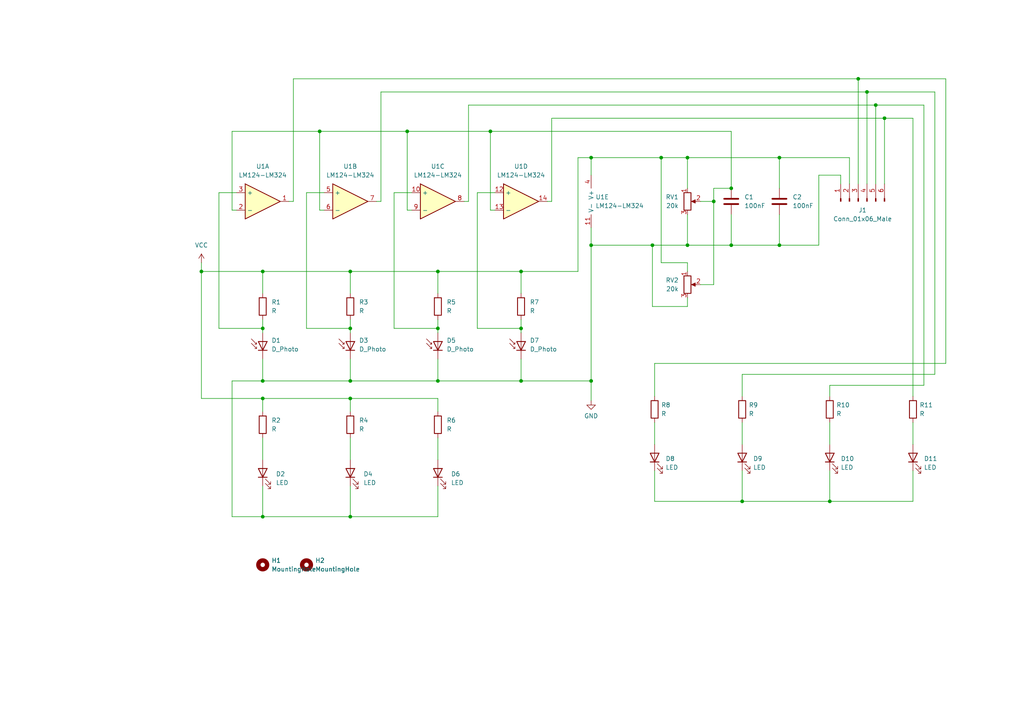
<source format=kicad_sch>
(kicad_sch (version 20211123) (generator eeschema)

  (uuid 2f8709ef-e0ed-4f07-9ec3-f438cb78bbff)

  (paper "A4")

  (lib_symbols
    (symbol "Connector:Conn_01x06_Male" (pin_names (offset 1.016) hide) (in_bom yes) (on_board yes)
      (property "Reference" "J" (id 0) (at 0 7.62 0)
        (effects (font (size 1.27 1.27)))
      )
      (property "Value" "Conn_01x06_Male" (id 1) (at 0 -10.16 0)
        (effects (font (size 1.27 1.27)))
      )
      (property "Footprint" "" (id 2) (at 0 0 0)
        (effects (font (size 1.27 1.27)) hide)
      )
      (property "Datasheet" "~" (id 3) (at 0 0 0)
        (effects (font (size 1.27 1.27)) hide)
      )
      (property "ki_keywords" "connector" (id 4) (at 0 0 0)
        (effects (font (size 1.27 1.27)) hide)
      )
      (property "ki_description" "Generic connector, single row, 01x06, script generated (kicad-library-utils/schlib/autogen/connector/)" (id 5) (at 0 0 0)
        (effects (font (size 1.27 1.27)) hide)
      )
      (property "ki_fp_filters" "Connector*:*_1x??_*" (id 6) (at 0 0 0)
        (effects (font (size 1.27 1.27)) hide)
      )
      (symbol "Conn_01x06_Male_1_1"
        (polyline
          (pts
            (xy 1.27 -7.62)
            (xy 0.8636 -7.62)
          )
          (stroke (width 0.1524) (type default) (color 0 0 0 0))
          (fill (type none))
        )
        (polyline
          (pts
            (xy 1.27 -5.08)
            (xy 0.8636 -5.08)
          )
          (stroke (width 0.1524) (type default) (color 0 0 0 0))
          (fill (type none))
        )
        (polyline
          (pts
            (xy 1.27 -2.54)
            (xy 0.8636 -2.54)
          )
          (stroke (width 0.1524) (type default) (color 0 0 0 0))
          (fill (type none))
        )
        (polyline
          (pts
            (xy 1.27 0)
            (xy 0.8636 0)
          )
          (stroke (width 0.1524) (type default) (color 0 0 0 0))
          (fill (type none))
        )
        (polyline
          (pts
            (xy 1.27 2.54)
            (xy 0.8636 2.54)
          )
          (stroke (width 0.1524) (type default) (color 0 0 0 0))
          (fill (type none))
        )
        (polyline
          (pts
            (xy 1.27 5.08)
            (xy 0.8636 5.08)
          )
          (stroke (width 0.1524) (type default) (color 0 0 0 0))
          (fill (type none))
        )
        (rectangle (start 0.8636 -7.493) (end 0 -7.747)
          (stroke (width 0.1524) (type default) (color 0 0 0 0))
          (fill (type outline))
        )
        (rectangle (start 0.8636 -4.953) (end 0 -5.207)
          (stroke (width 0.1524) (type default) (color 0 0 0 0))
          (fill (type outline))
        )
        (rectangle (start 0.8636 -2.413) (end 0 -2.667)
          (stroke (width 0.1524) (type default) (color 0 0 0 0))
          (fill (type outline))
        )
        (rectangle (start 0.8636 0.127) (end 0 -0.127)
          (stroke (width 0.1524) (type default) (color 0 0 0 0))
          (fill (type outline))
        )
        (rectangle (start 0.8636 2.667) (end 0 2.413)
          (stroke (width 0.1524) (type default) (color 0 0 0 0))
          (fill (type outline))
        )
        (rectangle (start 0.8636 5.207) (end 0 4.953)
          (stroke (width 0.1524) (type default) (color 0 0 0 0))
          (fill (type outline))
        )
        (pin passive line (at 5.08 5.08 180) (length 3.81)
          (name "Pin_1" (effects (font (size 1.27 1.27))))
          (number "1" (effects (font (size 1.27 1.27))))
        )
        (pin passive line (at 5.08 2.54 180) (length 3.81)
          (name "Pin_2" (effects (font (size 1.27 1.27))))
          (number "2" (effects (font (size 1.27 1.27))))
        )
        (pin passive line (at 5.08 0 180) (length 3.81)
          (name "Pin_3" (effects (font (size 1.27 1.27))))
          (number "3" (effects (font (size 1.27 1.27))))
        )
        (pin passive line (at 5.08 -2.54 180) (length 3.81)
          (name "Pin_4" (effects (font (size 1.27 1.27))))
          (number "4" (effects (font (size 1.27 1.27))))
        )
        (pin passive line (at 5.08 -5.08 180) (length 3.81)
          (name "Pin_5" (effects (font (size 1.27 1.27))))
          (number "5" (effects (font (size 1.27 1.27))))
        )
        (pin passive line (at 5.08 -7.62 180) (length 3.81)
          (name "Pin_6" (effects (font (size 1.27 1.27))))
          (number "6" (effects (font (size 1.27 1.27))))
        )
      )
    )
    (symbol "Device:C" (pin_numbers hide) (pin_names (offset 0.254)) (in_bom yes) (on_board yes)
      (property "Reference" "C" (id 0) (at 0.635 2.54 0)
        (effects (font (size 1.27 1.27)) (justify left))
      )
      (property "Value" "C" (id 1) (at 0.635 -2.54 0)
        (effects (font (size 1.27 1.27)) (justify left))
      )
      (property "Footprint" "" (id 2) (at 0.9652 -3.81 0)
        (effects (font (size 1.27 1.27)) hide)
      )
      (property "Datasheet" "~" (id 3) (at 0 0 0)
        (effects (font (size 1.27 1.27)) hide)
      )
      (property "ki_keywords" "cap capacitor" (id 4) (at 0 0 0)
        (effects (font (size 1.27 1.27)) hide)
      )
      (property "ki_description" "Unpolarized capacitor" (id 5) (at 0 0 0)
        (effects (font (size 1.27 1.27)) hide)
      )
      (property "ki_fp_filters" "C_*" (id 6) (at 0 0 0)
        (effects (font (size 1.27 1.27)) hide)
      )
      (symbol "C_0_1"
        (polyline
          (pts
            (xy -2.032 -0.762)
            (xy 2.032 -0.762)
          )
          (stroke (width 0.508) (type default) (color 0 0 0 0))
          (fill (type none))
        )
        (polyline
          (pts
            (xy -2.032 0.762)
            (xy 2.032 0.762)
          )
          (stroke (width 0.508) (type default) (color 0 0 0 0))
          (fill (type none))
        )
      )
      (symbol "C_1_1"
        (pin passive line (at 0 3.81 270) (length 2.794)
          (name "~" (effects (font (size 1.27 1.27))))
          (number "1" (effects (font (size 1.27 1.27))))
        )
        (pin passive line (at 0 -3.81 90) (length 2.794)
          (name "~" (effects (font (size 1.27 1.27))))
          (number "2" (effects (font (size 1.27 1.27))))
        )
      )
    )
    (symbol "Device:D_Photo" (pin_numbers hide) (pin_names hide) (in_bom yes) (on_board yes)
      (property "Reference" "D" (id 0) (at 0.508 1.778 0)
        (effects (font (size 1.27 1.27)) (justify left))
      )
      (property "Value" "D_Photo" (id 1) (at -1.016 -2.794 0)
        (effects (font (size 1.27 1.27)))
      )
      (property "Footprint" "" (id 2) (at -1.27 0 0)
        (effects (font (size 1.27 1.27)) hide)
      )
      (property "Datasheet" "~" (id 3) (at -1.27 0 0)
        (effects (font (size 1.27 1.27)) hide)
      )
      (property "ki_keywords" "photodiode diode opto" (id 4) (at 0 0 0)
        (effects (font (size 1.27 1.27)) hide)
      )
      (property "ki_description" "Photodiode" (id 5) (at 0 0 0)
        (effects (font (size 1.27 1.27)) hide)
      )
      (symbol "D_Photo_0_1"
        (polyline
          (pts
            (xy -2.54 1.27)
            (xy -2.54 -1.27)
          )
          (stroke (width 0.254) (type default) (color 0 0 0 0))
          (fill (type none))
        )
        (polyline
          (pts
            (xy -2.032 1.778)
            (xy -1.524 1.778)
          )
          (stroke (width 0) (type default) (color 0 0 0 0))
          (fill (type none))
        )
        (polyline
          (pts
            (xy 0 0)
            (xy -2.54 0)
          )
          (stroke (width 0) (type default) (color 0 0 0 0))
          (fill (type none))
        )
        (polyline
          (pts
            (xy -0.508 3.302)
            (xy -2.032 1.778)
            (xy -2.032 2.286)
          )
          (stroke (width 0) (type default) (color 0 0 0 0))
          (fill (type none))
        )
        (polyline
          (pts
            (xy 0 -1.27)
            (xy 0 1.27)
            (xy -2.54 0)
            (xy 0 -1.27)
          )
          (stroke (width 0.254) (type default) (color 0 0 0 0))
          (fill (type none))
        )
        (polyline
          (pts
            (xy 0.762 3.302)
            (xy -0.762 1.778)
            (xy -0.762 2.286)
            (xy -0.762 1.778)
            (xy -0.254 1.778)
          )
          (stroke (width 0) (type default) (color 0 0 0 0))
          (fill (type none))
        )
      )
      (symbol "D_Photo_1_1"
        (pin passive line (at -5.08 0 0) (length 2.54)
          (name "K" (effects (font (size 1.27 1.27))))
          (number "1" (effects (font (size 1.27 1.27))))
        )
        (pin passive line (at 2.54 0 180) (length 2.54)
          (name "A" (effects (font (size 1.27 1.27))))
          (number "2" (effects (font (size 1.27 1.27))))
        )
      )
    )
    (symbol "Device:LED" (pin_numbers hide) (pin_names (offset 1.016) hide) (in_bom yes) (on_board yes)
      (property "Reference" "D" (id 0) (at 0 2.54 0)
        (effects (font (size 1.27 1.27)))
      )
      (property "Value" "LED" (id 1) (at 0 -2.54 0)
        (effects (font (size 1.27 1.27)))
      )
      (property "Footprint" "" (id 2) (at 0 0 0)
        (effects (font (size 1.27 1.27)) hide)
      )
      (property "Datasheet" "~" (id 3) (at 0 0 0)
        (effects (font (size 1.27 1.27)) hide)
      )
      (property "ki_keywords" "LED diode" (id 4) (at 0 0 0)
        (effects (font (size 1.27 1.27)) hide)
      )
      (property "ki_description" "Light emitting diode" (id 5) (at 0 0 0)
        (effects (font (size 1.27 1.27)) hide)
      )
      (property "ki_fp_filters" "LED* LED_SMD:* LED_THT:*" (id 6) (at 0 0 0)
        (effects (font (size 1.27 1.27)) hide)
      )
      (symbol "LED_0_1"
        (polyline
          (pts
            (xy -1.27 -1.27)
            (xy -1.27 1.27)
          )
          (stroke (width 0.254) (type default) (color 0 0 0 0))
          (fill (type none))
        )
        (polyline
          (pts
            (xy -1.27 0)
            (xy 1.27 0)
          )
          (stroke (width 0) (type default) (color 0 0 0 0))
          (fill (type none))
        )
        (polyline
          (pts
            (xy 1.27 -1.27)
            (xy 1.27 1.27)
            (xy -1.27 0)
            (xy 1.27 -1.27)
          )
          (stroke (width 0.254) (type default) (color 0 0 0 0))
          (fill (type none))
        )
        (polyline
          (pts
            (xy -3.048 -0.762)
            (xy -4.572 -2.286)
            (xy -3.81 -2.286)
            (xy -4.572 -2.286)
            (xy -4.572 -1.524)
          )
          (stroke (width 0) (type default) (color 0 0 0 0))
          (fill (type none))
        )
        (polyline
          (pts
            (xy -1.778 -0.762)
            (xy -3.302 -2.286)
            (xy -2.54 -2.286)
            (xy -3.302 -2.286)
            (xy -3.302 -1.524)
          )
          (stroke (width 0) (type default) (color 0 0 0 0))
          (fill (type none))
        )
      )
      (symbol "LED_1_1"
        (pin passive line (at -3.81 0 0) (length 2.54)
          (name "K" (effects (font (size 1.27 1.27))))
          (number "1" (effects (font (size 1.27 1.27))))
        )
        (pin passive line (at 3.81 0 180) (length 2.54)
          (name "A" (effects (font (size 1.27 1.27))))
          (number "2" (effects (font (size 1.27 1.27))))
        )
      )
    )
    (symbol "Device:Opamp_Quad" (in_bom yes) (on_board yes)
      (property "Reference" "U" (id 0) (at 0 5.08 0)
        (effects (font (size 1.27 1.27)) (justify left))
      )
      (property "Value" "Opamp_Quad" (id 1) (at 0 -5.08 0)
        (effects (font (size 1.27 1.27)) (justify left))
      )
      (property "Footprint" "" (id 2) (at 0 0 0)
        (effects (font (size 1.27 1.27)) hide)
      )
      (property "Datasheet" "~" (id 3) (at 0 0 0)
        (effects (font (size 1.27 1.27)) hide)
      )
      (property "ki_locked" "" (id 4) (at 0 0 0)
        (effects (font (size 1.27 1.27)))
      )
      (property "ki_keywords" "quad opamp" (id 5) (at 0 0 0)
        (effects (font (size 1.27 1.27)) hide)
      )
      (property "ki_description" "Quad operational amplifier" (id 6) (at 0 0 0)
        (effects (font (size 1.27 1.27)) hide)
      )
      (property "ki_fp_filters" "SOIC*3.9x8.7mm*P1.27mm* DIP*W7.62mm* TSSOP*4.4x5mm*P0.65mm* SSOP*5.3x6.2mm*P0.65mm*" (id 7) (at 0 0 0)
        (effects (font (size 1.27 1.27)) hide)
      )
      (symbol "Opamp_Quad_1_1"
        (polyline
          (pts
            (xy -5.08 5.08)
            (xy 5.08 0)
            (xy -5.08 -5.08)
            (xy -5.08 5.08)
          )
          (stroke (width 0.254) (type default) (color 0 0 0 0))
          (fill (type background))
        )
        (pin output line (at 7.62 0 180) (length 2.54)
          (name "~" (effects (font (size 1.27 1.27))))
          (number "1" (effects (font (size 1.27 1.27))))
        )
        (pin input line (at -7.62 -2.54 0) (length 2.54)
          (name "-" (effects (font (size 1.27 1.27))))
          (number "2" (effects (font (size 1.27 1.27))))
        )
        (pin input line (at -7.62 2.54 0) (length 2.54)
          (name "+" (effects (font (size 1.27 1.27))))
          (number "3" (effects (font (size 1.27 1.27))))
        )
      )
      (symbol "Opamp_Quad_2_1"
        (polyline
          (pts
            (xy -5.08 5.08)
            (xy 5.08 0)
            (xy -5.08 -5.08)
            (xy -5.08 5.08)
          )
          (stroke (width 0.254) (type default) (color 0 0 0 0))
          (fill (type background))
        )
        (pin input line (at -7.62 2.54 0) (length 2.54)
          (name "+" (effects (font (size 1.27 1.27))))
          (number "5" (effects (font (size 1.27 1.27))))
        )
        (pin input line (at -7.62 -2.54 0) (length 2.54)
          (name "-" (effects (font (size 1.27 1.27))))
          (number "6" (effects (font (size 1.27 1.27))))
        )
        (pin output line (at 7.62 0 180) (length 2.54)
          (name "~" (effects (font (size 1.27 1.27))))
          (number "7" (effects (font (size 1.27 1.27))))
        )
      )
      (symbol "Opamp_Quad_3_1"
        (polyline
          (pts
            (xy -5.08 5.08)
            (xy 5.08 0)
            (xy -5.08 -5.08)
            (xy -5.08 5.08)
          )
          (stroke (width 0.254) (type default) (color 0 0 0 0))
          (fill (type background))
        )
        (pin input line (at -7.62 2.54 0) (length 2.54)
          (name "+" (effects (font (size 1.27 1.27))))
          (number "10" (effects (font (size 1.27 1.27))))
        )
        (pin output line (at 7.62 0 180) (length 2.54)
          (name "~" (effects (font (size 1.27 1.27))))
          (number "8" (effects (font (size 1.27 1.27))))
        )
        (pin input line (at -7.62 -2.54 0) (length 2.54)
          (name "-" (effects (font (size 1.27 1.27))))
          (number "9" (effects (font (size 1.27 1.27))))
        )
      )
      (symbol "Opamp_Quad_4_1"
        (polyline
          (pts
            (xy -5.08 5.08)
            (xy 5.08 0)
            (xy -5.08 -5.08)
            (xy -5.08 5.08)
          )
          (stroke (width 0.254) (type default) (color 0 0 0 0))
          (fill (type background))
        )
        (pin input line (at -7.62 2.54 0) (length 2.54)
          (name "+" (effects (font (size 1.27 1.27))))
          (number "12" (effects (font (size 1.27 1.27))))
        )
        (pin input line (at -7.62 -2.54 0) (length 2.54)
          (name "-" (effects (font (size 1.27 1.27))))
          (number "13" (effects (font (size 1.27 1.27))))
        )
        (pin output line (at 7.62 0 180) (length 2.54)
          (name "~" (effects (font (size 1.27 1.27))))
          (number "14" (effects (font (size 1.27 1.27))))
        )
      )
      (symbol "Opamp_Quad_5_1"
        (pin power_in line (at -2.54 -7.62 90) (length 3.81)
          (name "V-" (effects (font (size 1.27 1.27))))
          (number "11" (effects (font (size 1.27 1.27))))
        )
        (pin power_in line (at -2.54 7.62 270) (length 3.81)
          (name "V+" (effects (font (size 1.27 1.27))))
          (number "4" (effects (font (size 1.27 1.27))))
        )
      )
    )
    (symbol "Device:R" (pin_numbers hide) (pin_names (offset 0)) (in_bom yes) (on_board yes)
      (property "Reference" "R" (id 0) (at 2.032 0 90)
        (effects (font (size 1.27 1.27)))
      )
      (property "Value" "R" (id 1) (at 0 0 90)
        (effects (font (size 1.27 1.27)))
      )
      (property "Footprint" "" (id 2) (at -1.778 0 90)
        (effects (font (size 1.27 1.27)) hide)
      )
      (property "Datasheet" "~" (id 3) (at 0 0 0)
        (effects (font (size 1.27 1.27)) hide)
      )
      (property "ki_keywords" "R res resistor" (id 4) (at 0 0 0)
        (effects (font (size 1.27 1.27)) hide)
      )
      (property "ki_description" "Resistor" (id 5) (at 0 0 0)
        (effects (font (size 1.27 1.27)) hide)
      )
      (property "ki_fp_filters" "R_*" (id 6) (at 0 0 0)
        (effects (font (size 1.27 1.27)) hide)
      )
      (symbol "R_0_1"
        (rectangle (start -1.016 -2.54) (end 1.016 2.54)
          (stroke (width 0.254) (type default) (color 0 0 0 0))
          (fill (type none))
        )
      )
      (symbol "R_1_1"
        (pin passive line (at 0 3.81 270) (length 1.27)
          (name "~" (effects (font (size 1.27 1.27))))
          (number "1" (effects (font (size 1.27 1.27))))
        )
        (pin passive line (at 0 -3.81 90) (length 1.27)
          (name "~" (effects (font (size 1.27 1.27))))
          (number "2" (effects (font (size 1.27 1.27))))
        )
      )
    )
    (symbol "Device:R_Potentiometer" (pin_names (offset 1.016) hide) (in_bom yes) (on_board yes)
      (property "Reference" "RV" (id 0) (at -4.445 0 90)
        (effects (font (size 1.27 1.27)))
      )
      (property "Value" "R_Potentiometer" (id 1) (at -2.54 0 90)
        (effects (font (size 1.27 1.27)))
      )
      (property "Footprint" "" (id 2) (at 0 0 0)
        (effects (font (size 1.27 1.27)) hide)
      )
      (property "Datasheet" "~" (id 3) (at 0 0 0)
        (effects (font (size 1.27 1.27)) hide)
      )
      (property "ki_keywords" "resistor variable" (id 4) (at 0 0 0)
        (effects (font (size 1.27 1.27)) hide)
      )
      (property "ki_description" "Potentiometer" (id 5) (at 0 0 0)
        (effects (font (size 1.27 1.27)) hide)
      )
      (property "ki_fp_filters" "Potentiometer*" (id 6) (at 0 0 0)
        (effects (font (size 1.27 1.27)) hide)
      )
      (symbol "R_Potentiometer_0_1"
        (polyline
          (pts
            (xy 2.54 0)
            (xy 1.524 0)
          )
          (stroke (width 0) (type default) (color 0 0 0 0))
          (fill (type none))
        )
        (polyline
          (pts
            (xy 1.143 0)
            (xy 2.286 0.508)
            (xy 2.286 -0.508)
            (xy 1.143 0)
          )
          (stroke (width 0) (type default) (color 0 0 0 0))
          (fill (type outline))
        )
        (rectangle (start 1.016 2.54) (end -1.016 -2.54)
          (stroke (width 0.254) (type default) (color 0 0 0 0))
          (fill (type none))
        )
      )
      (symbol "R_Potentiometer_1_1"
        (pin passive line (at 0 3.81 270) (length 1.27)
          (name "1" (effects (font (size 1.27 1.27))))
          (number "1" (effects (font (size 1.27 1.27))))
        )
        (pin passive line (at 3.81 0 180) (length 1.27)
          (name "2" (effects (font (size 1.27 1.27))))
          (number "2" (effects (font (size 1.27 1.27))))
        )
        (pin passive line (at 0 -3.81 90) (length 1.27)
          (name "3" (effects (font (size 1.27 1.27))))
          (number "3" (effects (font (size 1.27 1.27))))
        )
      )
    )
    (symbol "Mechanical:MountingHole" (pin_names (offset 1.016)) (in_bom yes) (on_board yes)
      (property "Reference" "H" (id 0) (at 0 5.08 0)
        (effects (font (size 1.27 1.27)))
      )
      (property "Value" "MountingHole" (id 1) (at 0 3.175 0)
        (effects (font (size 1.27 1.27)))
      )
      (property "Footprint" "" (id 2) (at 0 0 0)
        (effects (font (size 1.27 1.27)) hide)
      )
      (property "Datasheet" "~" (id 3) (at 0 0 0)
        (effects (font (size 1.27 1.27)) hide)
      )
      (property "ki_keywords" "mounting hole" (id 4) (at 0 0 0)
        (effects (font (size 1.27 1.27)) hide)
      )
      (property "ki_description" "Mounting Hole without connection" (id 5) (at 0 0 0)
        (effects (font (size 1.27 1.27)) hide)
      )
      (property "ki_fp_filters" "MountingHole*" (id 6) (at 0 0 0)
        (effects (font (size 1.27 1.27)) hide)
      )
      (symbol "MountingHole_0_1"
        (circle (center 0 0) (radius 1.27)
          (stroke (width 1.27) (type default) (color 0 0 0 0))
          (fill (type none))
        )
      )
    )
    (symbol "power:GND" (power) (pin_names (offset 0)) (in_bom yes) (on_board yes)
      (property "Reference" "#PWR" (id 0) (at 0 -6.35 0)
        (effects (font (size 1.27 1.27)) hide)
      )
      (property "Value" "GND" (id 1) (at 0 -3.81 0)
        (effects (font (size 1.27 1.27)))
      )
      (property "Footprint" "" (id 2) (at 0 0 0)
        (effects (font (size 1.27 1.27)) hide)
      )
      (property "Datasheet" "" (id 3) (at 0 0 0)
        (effects (font (size 1.27 1.27)) hide)
      )
      (property "ki_keywords" "power-flag" (id 4) (at 0 0 0)
        (effects (font (size 1.27 1.27)) hide)
      )
      (property "ki_description" "Power symbol creates a global label with name \"GND\" , ground" (id 5) (at 0 0 0)
        (effects (font (size 1.27 1.27)) hide)
      )
      (symbol "GND_0_1"
        (polyline
          (pts
            (xy 0 0)
            (xy 0 -1.27)
            (xy 1.27 -1.27)
            (xy 0 -2.54)
            (xy -1.27 -1.27)
            (xy 0 -1.27)
          )
          (stroke (width 0) (type default) (color 0 0 0 0))
          (fill (type none))
        )
      )
      (symbol "GND_1_1"
        (pin power_in line (at 0 0 270) (length 0) hide
          (name "GND" (effects (font (size 1.27 1.27))))
          (number "1" (effects (font (size 1.27 1.27))))
        )
      )
    )
    (symbol "power:VCC" (power) (pin_names (offset 0)) (in_bom yes) (on_board yes)
      (property "Reference" "#PWR" (id 0) (at 0 -3.81 0)
        (effects (font (size 1.27 1.27)) hide)
      )
      (property "Value" "VCC" (id 1) (at 0 3.81 0)
        (effects (font (size 1.27 1.27)))
      )
      (property "Footprint" "" (id 2) (at 0 0 0)
        (effects (font (size 1.27 1.27)) hide)
      )
      (property "Datasheet" "" (id 3) (at 0 0 0)
        (effects (font (size 1.27 1.27)) hide)
      )
      (property "ki_keywords" "power-flag" (id 4) (at 0 0 0)
        (effects (font (size 1.27 1.27)) hide)
      )
      (property "ki_description" "Power symbol creates a global label with name \"VCC\"" (id 5) (at 0 0 0)
        (effects (font (size 1.27 1.27)) hide)
      )
      (symbol "VCC_0_1"
        (polyline
          (pts
            (xy -0.762 1.27)
            (xy 0 2.54)
          )
          (stroke (width 0) (type default) (color 0 0 0 0))
          (fill (type none))
        )
        (polyline
          (pts
            (xy 0 0)
            (xy 0 2.54)
          )
          (stroke (width 0) (type default) (color 0 0 0 0))
          (fill (type none))
        )
        (polyline
          (pts
            (xy 0 2.54)
            (xy 0.762 1.27)
          )
          (stroke (width 0) (type default) (color 0 0 0 0))
          (fill (type none))
        )
      )
      (symbol "VCC_1_1"
        (pin power_in line (at 0 0 90) (length 0) hide
          (name "VCC" (effects (font (size 1.27 1.27))))
          (number "1" (effects (font (size 1.27 1.27))))
        )
      )
    )
  )

  (junction (at 199.39 71.12) (diameter 0) (color 0 0 0 0)
    (uuid 2b2add1a-88bc-4b0f-b735-500ca349b2af)
  )
  (junction (at 101.6 110.49) (diameter 0) (color 0 0 0 0)
    (uuid 31a88165-32e7-47ee-a4aa-1ca4c3f0c29f)
  )
  (junction (at 256.54 34.29) (diameter 0) (color 0 0 0 0)
    (uuid 376bfc86-4689-455d-8a35-23eb9f1f94b0)
  )
  (junction (at 101.6 149.86) (diameter 0) (color 0 0 0 0)
    (uuid 387e7163-b4d9-4fc1-8a56-b87ddfeba6e4)
  )
  (junction (at 151.13 95.25) (diameter 0) (color 0 0 0 0)
    (uuid 3bed8f10-d36d-4447-ba60-66f9078c6ecf)
  )
  (junction (at 101.6 95.25) (diameter 0) (color 0 0 0 0)
    (uuid 3e057ce7-908c-43b3-a88c-6234b99b9ea0)
  )
  (junction (at 76.2 149.86) (diameter 0) (color 0 0 0 0)
    (uuid 47574e6c-0db1-442b-ac6a-35a61dcf274c)
  )
  (junction (at 207.01 58.42) (diameter 0) (color 0 0 0 0)
    (uuid 49643d95-8c36-49dd-82cb-82e8ee5ca7ae)
  )
  (junction (at 127 110.49) (diameter 0) (color 0 0 0 0)
    (uuid 4b3d50f8-b4f0-4768-a7f4-2145bc7e5f45)
  )
  (junction (at 251.46 26.67) (diameter 0) (color 0 0 0 0)
    (uuid 51e1e8a1-cab1-4c30-9dcd-2713552fbe69)
  )
  (junction (at 76.2 78.74) (diameter 0) (color 0 0 0 0)
    (uuid 5a3e8b23-ce94-4645-bf43-661bf34f309c)
  )
  (junction (at 76.2 115.57) (diameter 0) (color 0 0 0 0)
    (uuid 63336128-ecb2-4e14-9362-70b302e7a308)
  )
  (junction (at 254 30.48) (diameter 0) (color 0 0 0 0)
    (uuid 6c1a1ed7-35e7-4aa0-9704-beb80a5b776c)
  )
  (junction (at 127 95.25) (diameter 0) (color 0 0 0 0)
    (uuid 7ef2f428-1c2f-4433-b04e-63a03029d505)
  )
  (junction (at 212.09 54.61) (diameter 0) (color 0 0 0 0)
    (uuid 86d431bc-16a7-4b16-9c2f-d8bb0ffc5ac5)
  )
  (junction (at 199.39 45.72) (diameter 0) (color 0 0 0 0)
    (uuid 89e9ccac-2767-4ad5-bd48-5c11eb1f39f9)
  )
  (junction (at 226.06 71.12) (diameter 0) (color 0 0 0 0)
    (uuid 8ac07995-b4ec-424f-b0cd-0ab6ef7946e1)
  )
  (junction (at 151.13 78.74) (diameter 0) (color 0 0 0 0)
    (uuid 8cc09e42-772c-4311-b027-2735c227d49a)
  )
  (junction (at 142.24 38.1) (diameter 0) (color 0 0 0 0)
    (uuid 8e8efc1b-3197-471e-bbf2-ecd3ba1fbbed)
  )
  (junction (at 101.6 78.74) (diameter 0) (color 0 0 0 0)
    (uuid 9ae12074-c0ce-49b9-a7d7-943ea5cd25d6)
  )
  (junction (at 212.09 71.12) (diameter 0) (color 0 0 0 0)
    (uuid 9b341649-711c-4897-a488-0ec32451f196)
  )
  (junction (at 127 78.74) (diameter 0) (color 0 0 0 0)
    (uuid a39babdc-b476-4297-9341-a7c989d66692)
  )
  (junction (at 118.11 38.1) (diameter 0) (color 0 0 0 0)
    (uuid a5accc55-b45a-4049-b1ac-bc9b71261327)
  )
  (junction (at 92.71 38.1) (diameter 0) (color 0 0 0 0)
    (uuid a739f47b-e54a-41c9-8463-1a7904b7ff9a)
  )
  (junction (at 240.665 145.415) (diameter 0) (color 0 0 0 0)
    (uuid a806fd00-967b-43f4-9680-1ecad7526186)
  )
  (junction (at 76.2 95.25) (diameter 0) (color 0 0 0 0)
    (uuid aa74ad57-051e-495c-b089-d781b6bf2e4b)
  )
  (junction (at 226.06 45.72) (diameter 0) (color 0 0 0 0)
    (uuid abf061d9-358d-4cd1-b20e-da50a3d3b0bd)
  )
  (junction (at 248.92 22.86) (diameter 0) (color 0 0 0 0)
    (uuid aec0790f-ae1d-4118-80b4-8f3170d71742)
  )
  (junction (at 171.45 110.49) (diameter 0) (color 0 0 0 0)
    (uuid b12644ca-1bc2-45cf-9073-223aa18f4266)
  )
  (junction (at 215.265 145.415) (diameter 0) (color 0 0 0 0)
    (uuid b17fca65-467c-41ff-823a-2d73e58eda42)
  )
  (junction (at 189.23 71.12) (diameter 0) (color 0 0 0 0)
    (uuid b5bea6e3-3a29-4b01-a0b7-b7246fb0a380)
  )
  (junction (at 58.42 78.74) (diameter 0) (color 0 0 0 0)
    (uuid b5f45709-4a45-4ef9-8e6c-4f8d2edddba7)
  )
  (junction (at 171.45 45.72) (diameter 0) (color 0 0 0 0)
    (uuid b9fef7fb-d457-48a3-8c3a-cb64d5a67944)
  )
  (junction (at 191.77 45.72) (diameter 0) (color 0 0 0 0)
    (uuid cdf7508b-b56b-4247-abf2-7978254ebbc4)
  )
  (junction (at 151.13 110.49) (diameter 0) (color 0 0 0 0)
    (uuid d8b77772-30f0-4483-9b54-4c5ed973628d)
  )
  (junction (at 76.2 110.49) (diameter 0) (color 0 0 0 0)
    (uuid de533d1d-b4a6-41d0-b89d-1bb239fc5234)
  )
  (junction (at 101.6 115.57) (diameter 0) (color 0 0 0 0)
    (uuid e0f3d008-e0da-49dd-a19d-6be4208d1a73)
  )
  (junction (at 171.45 71.12) (diameter 0) (color 0 0 0 0)
    (uuid f940596a-7f9f-49db-9db4-5858b5a2dc35)
  )

  (wire (pts (xy 101.6 92.71) (xy 101.6 95.25))
    (stroke (width 0) (type default) (color 0 0 0 0))
    (uuid 012cf208-ce06-4ab0-8436-d2dc9033ad5a)
  )
  (wire (pts (xy 160.02 34.29) (xy 256.54 34.29))
    (stroke (width 0) (type default) (color 0 0 0 0))
    (uuid 014b719e-b7ac-4b43-a04d-dd53ded13855)
  )
  (wire (pts (xy 76.2 85.09) (xy 76.2 78.74))
    (stroke (width 0) (type default) (color 0 0 0 0))
    (uuid 079063ef-f220-455d-8989-370dcdb4a72f)
  )
  (wire (pts (xy 254 30.48) (xy 254 53.34))
    (stroke (width 0) (type default) (color 0 0 0 0))
    (uuid 08cbddfa-989c-4219-8aa6-932d7da08750)
  )
  (wire (pts (xy 226.06 45.72) (xy 246.38 45.72))
    (stroke (width 0) (type default) (color 0 0 0 0))
    (uuid 0a778eca-29b2-41f7-a456-652b606f52b2)
  )
  (wire (pts (xy 151.13 78.74) (xy 167.64 78.74))
    (stroke (width 0) (type default) (color 0 0 0 0))
    (uuid 0b63a90c-9cff-47d3-bf46-e85345e123c8)
  )
  (wire (pts (xy 67.31 149.86) (xy 76.2 149.86))
    (stroke (width 0) (type default) (color 0 0 0 0))
    (uuid 0d2e578c-af73-41ae-bf25-d04214a2f2fe)
  )
  (wire (pts (xy 151.13 104.14) (xy 151.13 110.49))
    (stroke (width 0) (type default) (color 0 0 0 0))
    (uuid 0f410858-a189-4456-a34a-45aad179e2c4)
  )
  (wire (pts (xy 127 104.14) (xy 127 110.49))
    (stroke (width 0) (type default) (color 0 0 0 0))
    (uuid 0fa967f1-59b3-4ec7-b829-608976db9782)
  )
  (wire (pts (xy 189.865 122.555) (xy 189.865 128.905))
    (stroke (width 0) (type default) (color 0 0 0 0))
    (uuid 101f61c0-21ea-4309-9523-9fee562aad68)
  )
  (wire (pts (xy 101.6 115.57) (xy 127 115.57))
    (stroke (width 0) (type default) (color 0 0 0 0))
    (uuid 103ee638-10ab-49ec-ba84-bc96947e89d4)
  )
  (wire (pts (xy 127 127) (xy 127 133.35))
    (stroke (width 0) (type default) (color 0 0 0 0))
    (uuid 12e5b578-30fe-473b-9fc0-24456b264e83)
  )
  (wire (pts (xy 256.54 34.29) (xy 256.54 53.34))
    (stroke (width 0) (type default) (color 0 0 0 0))
    (uuid 1332c77f-ed51-406e-8106-c625377f92a6)
  )
  (wire (pts (xy 119.38 55.88) (xy 114.3 55.88))
    (stroke (width 0) (type default) (color 0 0 0 0))
    (uuid 17ae9514-64e9-46ee-844b-e3fa7e87437a)
  )
  (wire (pts (xy 76.2 95.25) (xy 76.2 96.52))
    (stroke (width 0) (type default) (color 0 0 0 0))
    (uuid 1869a182-48c1-4367-817b-45d0e04a774b)
  )
  (wire (pts (xy 58.42 76.2) (xy 58.42 78.74))
    (stroke (width 0) (type default) (color 0 0 0 0))
    (uuid 1a777651-5af0-45ea-9f40-b73fab5dbe3b)
  )
  (wire (pts (xy 114.3 95.25) (xy 127 95.25))
    (stroke (width 0) (type default) (color 0 0 0 0))
    (uuid 1a92a933-0cc8-4f05-a3f2-fc57d0ac7527)
  )
  (wire (pts (xy 85.09 22.86) (xy 248.92 22.86))
    (stroke (width 0) (type default) (color 0 0 0 0))
    (uuid 1ca9d2e4-b01e-4eda-8c2b-22ec08f751c2)
  )
  (wire (pts (xy 264.795 122.555) (xy 264.795 128.905))
    (stroke (width 0) (type default) (color 0 0 0 0))
    (uuid 1cbdece1-bc1a-4744-9cde-3c80f25b83df)
  )
  (wire (pts (xy 274.32 105.41) (xy 274.32 22.86))
    (stroke (width 0) (type default) (color 0 0 0 0))
    (uuid 220f23e0-49e6-4495-8897-c19392405488)
  )
  (wire (pts (xy 199.39 76.2) (xy 191.77 76.2))
    (stroke (width 0) (type default) (color 0 0 0 0))
    (uuid 229359d6-aa02-43c0-b128-da49ccc3486a)
  )
  (wire (pts (xy 101.6 127) (xy 101.6 133.35))
    (stroke (width 0) (type default) (color 0 0 0 0))
    (uuid 25a306ff-4d9e-4709-bf0e-fc7a5cca88c6)
  )
  (wire (pts (xy 251.46 26.67) (xy 251.46 53.34))
    (stroke (width 0) (type default) (color 0 0 0 0))
    (uuid 25e43627-6677-43a9-b7c3-cb7a5f5a846a)
  )
  (wire (pts (xy 101.6 140.97) (xy 101.6 149.86))
    (stroke (width 0) (type default) (color 0 0 0 0))
    (uuid 28061ff9-27dc-44ad-8b6a-c4369aa971e3)
  )
  (wire (pts (xy 212.09 71.12) (xy 226.06 71.12))
    (stroke (width 0) (type default) (color 0 0 0 0))
    (uuid 29485762-e600-4297-ad37-c723754e0eda)
  )
  (wire (pts (xy 248.92 22.86) (xy 248.92 53.34))
    (stroke (width 0) (type default) (color 0 0 0 0))
    (uuid 294db9a0-b49f-4335-8bc5-864b9497630b)
  )
  (wire (pts (xy 101.6 95.25) (xy 101.6 96.52))
    (stroke (width 0) (type default) (color 0 0 0 0))
    (uuid 29927a3c-11fb-418a-8a75-d3ce66720152)
  )
  (wire (pts (xy 85.09 58.42) (xy 85.09 22.86))
    (stroke (width 0) (type default) (color 0 0 0 0))
    (uuid 2f2a9528-7481-46cb-9544-4d2950137e16)
  )
  (wire (pts (xy 68.58 55.88) (xy 63.5 55.88))
    (stroke (width 0) (type default) (color 0 0 0 0))
    (uuid 317576d0-437e-4bb9-a95d-fa2d2e052974)
  )
  (wire (pts (xy 151.13 92.71) (xy 151.13 95.25))
    (stroke (width 0) (type default) (color 0 0 0 0))
    (uuid 31cbdb26-a4fc-4e60-85cd-6fd7c60f6f11)
  )
  (wire (pts (xy 215.265 136.525) (xy 215.265 145.415))
    (stroke (width 0) (type default) (color 0 0 0 0))
    (uuid 31f7ef29-b59f-47d2-b553-8153b00574ff)
  )
  (wire (pts (xy 212.09 38.1) (xy 212.09 54.61))
    (stroke (width 0) (type default) (color 0 0 0 0))
    (uuid 324042c0-45a1-4395-9e07-3997ed27e908)
  )
  (wire (pts (xy 127 115.57) (xy 127 119.38))
    (stroke (width 0) (type default) (color 0 0 0 0))
    (uuid 34748883-4cbf-481d-a120-bc4abec07a16)
  )
  (wire (pts (xy 101.6 115.57) (xy 101.6 119.38))
    (stroke (width 0) (type default) (color 0 0 0 0))
    (uuid 373b3eec-dddf-4de9-ba40-fc435242c63c)
  )
  (wire (pts (xy 189.23 88.9) (xy 189.23 71.12))
    (stroke (width 0) (type default) (color 0 0 0 0))
    (uuid 3868500c-61b4-40be-a7b5-a8e4b5fe652d)
  )
  (wire (pts (xy 240.665 122.555) (xy 240.665 128.905))
    (stroke (width 0) (type default) (color 0 0 0 0))
    (uuid 3a976097-c533-424a-a0fb-a52e79d4ce20)
  )
  (wire (pts (xy 151.13 95.25) (xy 151.13 96.52))
    (stroke (width 0) (type default) (color 0 0 0 0))
    (uuid 440b1fe9-bf7b-4bdb-8cf8-5c5f11b0ca1c)
  )
  (wire (pts (xy 160.02 58.42) (xy 160.02 34.29))
    (stroke (width 0) (type default) (color 0 0 0 0))
    (uuid 44e510c0-5896-4f84-b56d-2ef0724aeae0)
  )
  (wire (pts (xy 110.49 26.67) (xy 251.46 26.67))
    (stroke (width 0) (type default) (color 0 0 0 0))
    (uuid 49016c09-9a34-413a-bba5-6571ee9a7574)
  )
  (wire (pts (xy 101.6 149.86) (xy 127 149.86))
    (stroke (width 0) (type default) (color 0 0 0 0))
    (uuid 4a8483dc-af0f-4b73-9093-34ba17f72013)
  )
  (wire (pts (xy 83.82 58.42) (xy 85.09 58.42))
    (stroke (width 0) (type default) (color 0 0 0 0))
    (uuid 4c89d159-3feb-4879-b5ff-b9f0bccaa5f0)
  )
  (wire (pts (xy 127 92.71) (xy 127 95.25))
    (stroke (width 0) (type default) (color 0 0 0 0))
    (uuid 4dd7a1c1-2266-4093-893f-ad63004579c0)
  )
  (wire (pts (xy 63.5 55.88) (xy 63.5 95.25))
    (stroke (width 0) (type default) (color 0 0 0 0))
    (uuid 51245321-0920-43c0-b20d-c976b41633bf)
  )
  (wire (pts (xy 114.3 55.88) (xy 114.3 95.25))
    (stroke (width 0) (type default) (color 0 0 0 0))
    (uuid 539b86cf-d9ce-41a3-b948-49de5f29c936)
  )
  (wire (pts (xy 171.45 71.12) (xy 189.23 71.12))
    (stroke (width 0) (type default) (color 0 0 0 0))
    (uuid 54bb472c-8097-4db2-ab7e-a30fc7a71ac1)
  )
  (wire (pts (xy 264.795 114.935) (xy 264.795 34.29))
    (stroke (width 0) (type default) (color 0 0 0 0))
    (uuid 55d249f3-4512-42aa-a32a-5f38d0c54c67)
  )
  (wire (pts (xy 76.2 110.49) (xy 67.31 110.49))
    (stroke (width 0) (type default) (color 0 0 0 0))
    (uuid 5a07ee74-99b3-40e8-8b9a-1bed065235f4)
  )
  (wire (pts (xy 58.42 115.57) (xy 76.2 115.57))
    (stroke (width 0) (type default) (color 0 0 0 0))
    (uuid 5a08f301-7205-4585-a419-5eaa03c9cdaf)
  )
  (wire (pts (xy 76.2 140.97) (xy 76.2 149.86))
    (stroke (width 0) (type default) (color 0 0 0 0))
    (uuid 5d1dcf7a-6594-433d-ada7-5ebc0c791bc5)
  )
  (wire (pts (xy 138.43 55.88) (xy 138.43 95.25))
    (stroke (width 0) (type default) (color 0 0 0 0))
    (uuid 5de57d43-8dd3-4ceb-9cfb-7eff04ce8020)
  )
  (wire (pts (xy 76.2 92.71) (xy 76.2 95.25))
    (stroke (width 0) (type default) (color 0 0 0 0))
    (uuid 60254411-f6a2-484d-a888-cf7110293a78)
  )
  (wire (pts (xy 76.2 115.57) (xy 76.2 119.38))
    (stroke (width 0) (type default) (color 0 0 0 0))
    (uuid 61658165-3cb3-430e-811f-728d2e6b9216)
  )
  (wire (pts (xy 171.45 50.8) (xy 171.45 45.72))
    (stroke (width 0) (type default) (color 0 0 0 0))
    (uuid 63d2930e-4785-434a-9984-2351ae68a0e7)
  )
  (wire (pts (xy 240.665 114.935) (xy 240.665 111.76))
    (stroke (width 0) (type default) (color 0 0 0 0))
    (uuid 6629ceba-9e98-41f8-99e8-e5a9e3ccaf8b)
  )
  (wire (pts (xy 207.01 54.61) (xy 207.01 58.42))
    (stroke (width 0) (type default) (color 0 0 0 0))
    (uuid 662f3644-314d-4840-a106-d32a12859476)
  )
  (wire (pts (xy 274.32 22.86) (xy 248.92 22.86))
    (stroke (width 0) (type default) (color 0 0 0 0))
    (uuid 66fbc28d-5941-4bd5-8860-e53d118dbc6f)
  )
  (wire (pts (xy 76.2 78.74) (xy 101.6 78.74))
    (stroke (width 0) (type default) (color 0 0 0 0))
    (uuid 6ba1bd61-081b-45de-863b-b56787c4a212)
  )
  (wire (pts (xy 199.39 45.72) (xy 199.39 54.61))
    (stroke (width 0) (type default) (color 0 0 0 0))
    (uuid 6dadadba-2a90-4efd-a741-2ea5b1011b76)
  )
  (wire (pts (xy 118.11 38.1) (xy 142.24 38.1))
    (stroke (width 0) (type default) (color 0 0 0 0))
    (uuid 6fbd489f-f56c-4b64-992e-0e9a106ee2f0)
  )
  (wire (pts (xy 167.64 45.72) (xy 171.45 45.72))
    (stroke (width 0) (type default) (color 0 0 0 0))
    (uuid 712dbf42-3e69-4534-b549-826286ada1c6)
  )
  (wire (pts (xy 246.38 45.72) (xy 246.38 53.34))
    (stroke (width 0) (type default) (color 0 0 0 0))
    (uuid 7636329e-37ef-4f63-a978-2a87d3620a02)
  )
  (wire (pts (xy 88.9 55.88) (xy 88.9 95.25))
    (stroke (width 0) (type default) (color 0 0 0 0))
    (uuid 7aa30921-7e32-4de8-8d86-1fbfc4740e69)
  )
  (wire (pts (xy 93.98 55.88) (xy 88.9 55.88))
    (stroke (width 0) (type default) (color 0 0 0 0))
    (uuid 7afd79e5-34b5-45da-8add-102e07ec2a15)
  )
  (wire (pts (xy 119.38 60.96) (xy 118.11 60.96))
    (stroke (width 0) (type default) (color 0 0 0 0))
    (uuid 7c1b5535-813b-47af-8f6e-9a4d296fc3b1)
  )
  (wire (pts (xy 134.62 58.42) (xy 135.89 58.42))
    (stroke (width 0) (type default) (color 0 0 0 0))
    (uuid 7c83b0ef-214f-412f-b24a-97a1f988e744)
  )
  (wire (pts (xy 171.45 66.04) (xy 171.45 71.12))
    (stroke (width 0) (type default) (color 0 0 0 0))
    (uuid 7d85fcce-7486-4d90-9d7f-b8b3b12912e2)
  )
  (wire (pts (xy 101.6 78.74) (xy 101.6 85.09))
    (stroke (width 0) (type default) (color 0 0 0 0))
    (uuid 7eec1549-e94e-4501-9e69-1db91ce17140)
  )
  (wire (pts (xy 212.09 54.61) (xy 207.01 54.61))
    (stroke (width 0) (type default) (color 0 0 0 0))
    (uuid 7ef5fa7e-1d63-438c-8925-a1f306968c78)
  )
  (wire (pts (xy 135.89 30.48) (xy 254 30.48))
    (stroke (width 0) (type default) (color 0 0 0 0))
    (uuid 81628bdd-c71c-494f-a427-5ec49f075171)
  )
  (wire (pts (xy 76.2 104.14) (xy 76.2 110.49))
    (stroke (width 0) (type default) (color 0 0 0 0))
    (uuid 8471095e-ddda-4f75-a88e-066373413ead)
  )
  (wire (pts (xy 203.2 82.55) (xy 207.01 82.55))
    (stroke (width 0) (type default) (color 0 0 0 0))
    (uuid 85a51785-765b-4bf2-b36a-bdad29c357de)
  )
  (wire (pts (xy 127 110.49) (xy 151.13 110.49))
    (stroke (width 0) (type default) (color 0 0 0 0))
    (uuid 8cbee663-5252-4810-bbaf-b690d89cdfa4)
  )
  (wire (pts (xy 151.13 85.09) (xy 151.13 78.74))
    (stroke (width 0) (type default) (color 0 0 0 0))
    (uuid 8e727703-b74a-4852-b8db-003d5684643c)
  )
  (wire (pts (xy 243.84 50.8) (xy 237.49 50.8))
    (stroke (width 0) (type default) (color 0 0 0 0))
    (uuid 911b4e77-97e3-4926-a743-3008b95347db)
  )
  (wire (pts (xy 215.265 145.415) (xy 240.665 145.415))
    (stroke (width 0) (type default) (color 0 0 0 0))
    (uuid 94ef0222-e642-4bb7-81b7-dd26a257ebb2)
  )
  (wire (pts (xy 167.64 78.74) (xy 167.64 45.72))
    (stroke (width 0) (type default) (color 0 0 0 0))
    (uuid 95f4b1b4-1577-4ddb-bff6-0c1c5522e9fe)
  )
  (wire (pts (xy 127 140.97) (xy 127 149.86))
    (stroke (width 0) (type default) (color 0 0 0 0))
    (uuid 96396e08-cdb3-4399-9a43-760410d1852b)
  )
  (wire (pts (xy 199.39 88.9) (xy 189.23 88.9))
    (stroke (width 0) (type default) (color 0 0 0 0))
    (uuid 97d0c845-bdc8-4ea9-b7a2-5c60a384ba67)
  )
  (wire (pts (xy 142.24 38.1) (xy 142.24 60.96))
    (stroke (width 0) (type default) (color 0 0 0 0))
    (uuid 9b78094f-2c87-4a14-9730-a872f06d72e9)
  )
  (wire (pts (xy 240.665 136.525) (xy 240.665 145.415))
    (stroke (width 0) (type default) (color 0 0 0 0))
    (uuid 9c0222e1-618c-4f5f-b12e-c92d4bacbbad)
  )
  (wire (pts (xy 243.84 53.34) (xy 243.84 50.8))
    (stroke (width 0) (type default) (color 0 0 0 0))
    (uuid 9c594028-0360-43bd-b14e-4bf3e4254248)
  )
  (wire (pts (xy 199.39 78.74) (xy 199.39 76.2))
    (stroke (width 0) (type default) (color 0 0 0 0))
    (uuid 9d1a6bc0-5c81-48ac-8ed6-a46948c65e9c)
  )
  (wire (pts (xy 68.58 60.96) (xy 67.31 60.96))
    (stroke (width 0) (type default) (color 0 0 0 0))
    (uuid 9e69e361-e759-4109-9661-43aa582517fc)
  )
  (wire (pts (xy 138.43 95.25) (xy 151.13 95.25))
    (stroke (width 0) (type default) (color 0 0 0 0))
    (uuid a01642ec-c81e-4698-b92e-b7ea57395acc)
  )
  (wire (pts (xy 109.22 58.42) (xy 110.49 58.42))
    (stroke (width 0) (type default) (color 0 0 0 0))
    (uuid a4dac960-8168-43fa-a6fa-b73e24011a26)
  )
  (wire (pts (xy 237.49 50.8) (xy 237.49 71.12))
    (stroke (width 0) (type default) (color 0 0 0 0))
    (uuid a7ae4e1e-dd39-4a29-8506-7828df6956e0)
  )
  (wire (pts (xy 251.46 26.67) (xy 271.145 26.67))
    (stroke (width 0) (type default) (color 0 0 0 0))
    (uuid aa40a591-5c5a-4df1-91e4-547107c71dd7)
  )
  (wire (pts (xy 151.13 110.49) (xy 171.45 110.49))
    (stroke (width 0) (type default) (color 0 0 0 0))
    (uuid ab204358-2176-4e4f-a410-65d47f0ff081)
  )
  (wire (pts (xy 63.5 95.25) (xy 76.2 95.25))
    (stroke (width 0) (type default) (color 0 0 0 0))
    (uuid ac34eead-5104-4aaa-8afc-7203fa79d44c)
  )
  (wire (pts (xy 189.865 114.935) (xy 189.865 105.41))
    (stroke (width 0) (type default) (color 0 0 0 0))
    (uuid aca5ed58-aa67-40da-a840-89e477ffbe4e)
  )
  (wire (pts (xy 189.865 105.41) (xy 274.32 105.41))
    (stroke (width 0) (type default) (color 0 0 0 0))
    (uuid ad05de1c-38d2-4302-a1ec-054659ceb6d0)
  )
  (wire (pts (xy 267.97 111.76) (xy 267.97 30.48))
    (stroke (width 0) (type default) (color 0 0 0 0))
    (uuid ad4a5495-1490-428f-8615-bc8770ba5c04)
  )
  (wire (pts (xy 127 78.74) (xy 127 85.09))
    (stroke (width 0) (type default) (color 0 0 0 0))
    (uuid ad5afc4e-ef70-4f16-9677-5249409bce8a)
  )
  (wire (pts (xy 92.71 38.1) (xy 92.71 60.96))
    (stroke (width 0) (type default) (color 0 0 0 0))
    (uuid add9f68f-562a-4ab4-bf88-424a1ca81a6f)
  )
  (wire (pts (xy 271.145 108.585) (xy 271.145 26.67))
    (stroke (width 0) (type default) (color 0 0 0 0))
    (uuid af576f72-62d2-44f4-a75d-88f0c2f3edd8)
  )
  (wire (pts (xy 215.265 108.585) (xy 271.145 108.585))
    (stroke (width 0) (type default) (color 0 0 0 0))
    (uuid b42c72cd-13d5-4fe6-85cb-a91cec0b8ac1)
  )
  (wire (pts (xy 199.39 71.12) (xy 212.09 71.12))
    (stroke (width 0) (type default) (color 0 0 0 0))
    (uuid b4336f7e-7976-4a66-9c94-4e5d7de91942)
  )
  (wire (pts (xy 158.75 58.42) (xy 160.02 58.42))
    (stroke (width 0) (type default) (color 0 0 0 0))
    (uuid b54ed19c-74a8-4033-bacc-e71d37279f16)
  )
  (wire (pts (xy 76.2 127) (xy 76.2 133.35))
    (stroke (width 0) (type default) (color 0 0 0 0))
    (uuid b5720b6b-99f1-4f1d-acea-5e469d56c555)
  )
  (wire (pts (xy 76.2 115.57) (xy 101.6 115.57))
    (stroke (width 0) (type default) (color 0 0 0 0))
    (uuid b6a911e0-34f0-4ae0-a48b-670aba4b412a)
  )
  (wire (pts (xy 240.665 111.76) (xy 267.97 111.76))
    (stroke (width 0) (type default) (color 0 0 0 0))
    (uuid b6e17b98-61da-42e2-9abd-a5aed5c750a8)
  )
  (wire (pts (xy 267.97 30.48) (xy 254 30.48))
    (stroke (width 0) (type default) (color 0 0 0 0))
    (uuid ba5d2793-cdeb-4b0c-85d6-9620daf085bc)
  )
  (wire (pts (xy 88.9 95.25) (xy 101.6 95.25))
    (stroke (width 0) (type default) (color 0 0 0 0))
    (uuid bbbbd9cb-7a54-477a-ac6f-2ab03ff7b28d)
  )
  (wire (pts (xy 226.06 62.23) (xy 226.06 71.12))
    (stroke (width 0) (type default) (color 0 0 0 0))
    (uuid bc8dd7b7-03fd-480f-b59f-27e6e8fef1b7)
  )
  (wire (pts (xy 240.665 145.415) (xy 264.795 145.415))
    (stroke (width 0) (type default) (color 0 0 0 0))
    (uuid bd2e2034-e748-42f5-8287-4ec45e180788)
  )
  (wire (pts (xy 189.23 71.12) (xy 199.39 71.12))
    (stroke (width 0) (type default) (color 0 0 0 0))
    (uuid be957968-2997-4388-8efa-478e61640539)
  )
  (wire (pts (xy 171.45 110.49) (xy 171.45 71.12))
    (stroke (width 0) (type default) (color 0 0 0 0))
    (uuid bf3cc8fb-497b-4a0b-9b93-331757da3cfd)
  )
  (wire (pts (xy 58.42 78.74) (xy 58.42 115.57))
    (stroke (width 0) (type default) (color 0 0 0 0))
    (uuid bfa2b7f0-c6bd-4d95-82b5-770faef0a173)
  )
  (wire (pts (xy 110.49 58.42) (xy 110.49 26.67))
    (stroke (width 0) (type default) (color 0 0 0 0))
    (uuid c0ac2739-50e2-4401-b26c-af760bb065c3)
  )
  (wire (pts (xy 76.2 149.86) (xy 101.6 149.86))
    (stroke (width 0) (type default) (color 0 0 0 0))
    (uuid c6eafdbd-2321-47db-9806-bb5c47d9b8f8)
  )
  (wire (pts (xy 67.31 110.49) (xy 67.31 149.86))
    (stroke (width 0) (type default) (color 0 0 0 0))
    (uuid c7da702f-87ec-42a2-b5d6-102a946caf3c)
  )
  (wire (pts (xy 143.51 55.88) (xy 138.43 55.88))
    (stroke (width 0) (type default) (color 0 0 0 0))
    (uuid c87dd44d-7b84-4c86-8db6-d6ed95d87f90)
  )
  (wire (pts (xy 118.11 38.1) (xy 118.11 60.96))
    (stroke (width 0) (type default) (color 0 0 0 0))
    (uuid c8a6f570-cc83-4f3f-8d66-86b61ad8822d)
  )
  (wire (pts (xy 67.31 60.96) (xy 67.31 38.1))
    (stroke (width 0) (type default) (color 0 0 0 0))
    (uuid ca979ad7-bd71-4074-aa74-f7fc080c5fb2)
  )
  (wire (pts (xy 92.71 38.1) (xy 118.11 38.1))
    (stroke (width 0) (type default) (color 0 0 0 0))
    (uuid cb90483f-8161-4d96-b0e4-f1ee8423dd19)
  )
  (wire (pts (xy 189.865 136.525) (xy 189.865 145.415))
    (stroke (width 0) (type default) (color 0 0 0 0))
    (uuid cc876ece-4d22-454c-9d54-541da41b8160)
  )
  (wire (pts (xy 127 95.25) (xy 127 96.52))
    (stroke (width 0) (type default) (color 0 0 0 0))
    (uuid cc963bb8-b027-4538-a717-688e54a9664d)
  )
  (wire (pts (xy 101.6 110.49) (xy 127 110.49))
    (stroke (width 0) (type default) (color 0 0 0 0))
    (uuid ccbe159d-194f-4d87-b77a-5a5ddee7a83f)
  )
  (wire (pts (xy 67.31 38.1) (xy 92.71 38.1))
    (stroke (width 0) (type default) (color 0 0 0 0))
    (uuid ce59b862-e6ad-43c3-bb76-6507f7a62d3a)
  )
  (wire (pts (xy 203.2 58.42) (xy 207.01 58.42))
    (stroke (width 0) (type default) (color 0 0 0 0))
    (uuid d064ccb0-97eb-4825-b43e-08b7dc520fa4)
  )
  (wire (pts (xy 215.265 122.555) (xy 215.265 128.905))
    (stroke (width 0) (type default) (color 0 0 0 0))
    (uuid d0a0fcad-8846-485e-8f9d-e27fff79ebb2)
  )
  (wire (pts (xy 101.6 78.74) (xy 127 78.74))
    (stroke (width 0) (type default) (color 0 0 0 0))
    (uuid d0fa0cde-207b-4ac8-825f-fc2a3093c1bf)
  )
  (wire (pts (xy 93.98 60.96) (xy 92.71 60.96))
    (stroke (width 0) (type default) (color 0 0 0 0))
    (uuid d54462b4-6594-4572-a994-eaf08ce9b345)
  )
  (wire (pts (xy 264.795 136.525) (xy 264.795 145.415))
    (stroke (width 0) (type default) (color 0 0 0 0))
    (uuid db04f3d9-08b0-4866-ba98-04b6cb3933cc)
  )
  (wire (pts (xy 226.06 45.72) (xy 226.06 54.61))
    (stroke (width 0) (type default) (color 0 0 0 0))
    (uuid de52b93b-2dbd-4017-b22b-a34a4819f9e1)
  )
  (wire (pts (xy 226.06 71.12) (xy 237.49 71.12))
    (stroke (width 0) (type default) (color 0 0 0 0))
    (uuid dfe6409b-7831-4567-aca5-7ba7636bacf3)
  )
  (wire (pts (xy 143.51 60.96) (xy 142.24 60.96))
    (stroke (width 0) (type default) (color 0 0 0 0))
    (uuid e077156b-25fa-49a5-923b-c06f5969498c)
  )
  (wire (pts (xy 189.865 145.415) (xy 215.265 145.415))
    (stroke (width 0) (type default) (color 0 0 0 0))
    (uuid e19f2728-6fa8-47f7-a3c4-57817973870f)
  )
  (wire (pts (xy 191.77 45.72) (xy 199.39 45.72))
    (stroke (width 0) (type default) (color 0 0 0 0))
    (uuid e26824ff-ce75-48b4-9871-97048fc1246d)
  )
  (wire (pts (xy 127 78.74) (xy 151.13 78.74))
    (stroke (width 0) (type default) (color 0 0 0 0))
    (uuid e2e0a6d6-39c4-4263-b0ef-9af6cfadf393)
  )
  (wire (pts (xy 199.39 71.12) (xy 199.39 62.23))
    (stroke (width 0) (type default) (color 0 0 0 0))
    (uuid e55fa1e7-9618-473a-b83d-79d34313f5d8)
  )
  (wire (pts (xy 264.795 34.29) (xy 256.54 34.29))
    (stroke (width 0) (type default) (color 0 0 0 0))
    (uuid ead4a7dd-2247-4872-9648-156e8d36f4f4)
  )
  (wire (pts (xy 142.24 38.1) (xy 212.09 38.1))
    (stroke (width 0) (type default) (color 0 0 0 0))
    (uuid ead8b5ae-4c4f-43ba-aac4-437a6f586fbb)
  )
  (wire (pts (xy 199.39 45.72) (xy 226.06 45.72))
    (stroke (width 0) (type default) (color 0 0 0 0))
    (uuid ebacb1b7-a759-467c-8772-e893c27bbed3)
  )
  (wire (pts (xy 191.77 76.2) (xy 191.77 45.72))
    (stroke (width 0) (type default) (color 0 0 0 0))
    (uuid ec3f9052-e645-471f-b67c-bf8ef770b8c8)
  )
  (wire (pts (xy 76.2 110.49) (xy 101.6 110.49))
    (stroke (width 0) (type default) (color 0 0 0 0))
    (uuid ed3ed746-caca-4c62-b881-d022bd8ba787)
  )
  (wire (pts (xy 76.2 78.74) (xy 58.42 78.74))
    (stroke (width 0) (type default) (color 0 0 0 0))
    (uuid eec6afd4-7dd0-49f5-bc29-fd15495f5a7f)
  )
  (wire (pts (xy 171.45 110.49) (xy 171.45 116.205))
    (stroke (width 0) (type default) (color 0 0 0 0))
    (uuid f00aafba-4493-41ad-9d44-77793f80e6ab)
  )
  (wire (pts (xy 207.01 82.55) (xy 207.01 58.42))
    (stroke (width 0) (type default) (color 0 0 0 0))
    (uuid f122c64c-b271-4bd3-8c6e-522a42bfc74e)
  )
  (wire (pts (xy 212.09 62.23) (xy 212.09 71.12))
    (stroke (width 0) (type default) (color 0 0 0 0))
    (uuid f4a04c4a-aa56-491d-aaae-c63a2b7c1283)
  )
  (wire (pts (xy 215.265 114.935) (xy 215.265 108.585))
    (stroke (width 0) (type default) (color 0 0 0 0))
    (uuid f5678890-1ee2-4792-8fac-fa0e83e579d9)
  )
  (wire (pts (xy 199.39 86.36) (xy 199.39 88.9))
    (stroke (width 0) (type default) (color 0 0 0 0))
    (uuid f714faa8-1be9-4100-a177-9d0601f1e1eb)
  )
  (wire (pts (xy 171.45 45.72) (xy 191.77 45.72))
    (stroke (width 0) (type default) (color 0 0 0 0))
    (uuid f8f946dd-aefe-4506-9c21-31938c0b8486)
  )
  (wire (pts (xy 101.6 104.14) (xy 101.6 110.49))
    (stroke (width 0) (type default) (color 0 0 0 0))
    (uuid f9a820b7-b71d-440e-a96e-278ea68dc5d3)
  )
  (wire (pts (xy 135.89 58.42) (xy 135.89 30.48))
    (stroke (width 0) (type default) (color 0 0 0 0))
    (uuid fc1aedec-e0c6-4b48-8efb-fd3b56eeeb7e)
  )

  (symbol (lib_id "Mechanical:MountingHole") (at 76.2 163.83 0) (unit 1)
    (in_bom yes) (on_board yes) (fields_autoplaced)
    (uuid 01d0a28d-e8eb-4ecd-97ce-5a2e1829c849)
    (property "Reference" "H1" (id 0) (at 78.74 162.5599 0)
      (effects (font (size 1.27 1.27)) (justify left))
    )
    (property "Value" "MountingHole" (id 1) (at 78.74 165.0999 0)
      (effects (font (size 1.27 1.27)) (justify left))
    )
    (property "Footprint" "MountingHole:MountingHole_3.2mm_M3_DIN965_Pad" (id 2) (at 76.2 163.83 0)
      (effects (font (size 1.27 1.27)) hide)
    )
    (property "Datasheet" "~" (id 3) (at 76.2 163.83 0)
      (effects (font (size 1.27 1.27)) hide)
    )
  )

  (symbol (lib_id "power:GND") (at 171.45 116.205 0) (unit 1)
    (in_bom yes) (on_board yes) (fields_autoplaced)
    (uuid 0ba185de-19f6-4b09-a856-a0368a9fa815)
    (property "Reference" "#PWR0101" (id 0) (at 171.45 122.555 0)
      (effects (font (size 1.27 1.27)) hide)
    )
    (property "Value" "GND" (id 1) (at 171.45 120.65 0))
    (property "Footprint" "" (id 2) (at 171.45 116.205 0)
      (effects (font (size 1.27 1.27)) hide)
    )
    (property "Datasheet" "" (id 3) (at 171.45 116.205 0)
      (effects (font (size 1.27 1.27)) hide)
    )
    (pin "1" (uuid 01e52463-f660-4e5a-8358-6a5cc4e0c690))
  )

  (symbol (lib_id "Device:Opamp_Quad") (at 127 58.42 0) (unit 3)
    (in_bom yes) (on_board yes) (fields_autoplaced)
    (uuid 11fe33d5-ff33-4858-a950-602bb22d88aa)
    (property "Reference" "U1" (id 0) (at 127 48.26 0))
    (property "Value" "LM124-LM324" (id 1) (at 127 50.8 0))
    (property "Footprint" "" (id 2) (at 127 58.42 0)
      (effects (font (size 1.27 1.27)) hide)
    )
    (property "Datasheet" "~" (id 3) (at 127 58.42 0)
      (effects (font (size 1.27 1.27)) hide)
    )
    (pin "1" (uuid f7be2206-a5b1-41de-ae80-59a8b2ab459a))
    (pin "2" (uuid 9cb059e6-04d6-4797-9001-5ea579d6d942))
    (pin "3" (uuid d93e82af-b7ff-46a4-86d0-8283e45705e1))
    (pin "5" (uuid 488d4297-32ab-4c20-9bd3-325158e2c8c7))
    (pin "6" (uuid f41b1a62-6852-4e7a-b3fe-4c3eea818fab))
    (pin "7" (uuid f26a4d4a-8207-4d77-ab63-b29ed23fa37a))
    (pin "10" (uuid 2d0d4c17-80c8-4345-9d89-8798763a99d2))
    (pin "8" (uuid abcd7843-2cfd-4098-9d22-5bb8e853166b))
    (pin "9" (uuid 7ffe9285-588a-4f70-bd43-010be84f73ca))
    (pin "12" (uuid 1dace7fc-672d-4fed-9b3f-95199a860d22))
    (pin "13" (uuid 69533855-d201-4e9d-b535-8f0a5bc4682c))
    (pin "14" (uuid 79d8f948-ab2b-4467-a742-a1517ec6dfdd))
    (pin "11" (uuid 6579f8e5-803b-44fd-95fa-79a1531bc9dc))
    (pin "4" (uuid 2a87a899-6ec8-4b20-a25a-addc1bac4571))
  )

  (symbol (lib_id "Device:R") (at 76.2 88.9 0) (unit 1)
    (in_bom yes) (on_board yes) (fields_autoplaced)
    (uuid 19ca8084-abd6-449b-82a9-581ebfb69169)
    (property "Reference" "R1" (id 0) (at 78.74 87.6299 0)
      (effects (font (size 1.27 1.27)) (justify left))
    )
    (property "Value" "R" (id 1) (at 78.74 90.1699 0)
      (effects (font (size 1.27 1.27)) (justify left))
    )
    (property "Footprint" "Resistor_THT:R_Axial_DIN0207_L6.3mm_D2.5mm_P2.54mm_Vertical" (id 2) (at 74.422 88.9 90)
      (effects (font (size 1.27 1.27)) hide)
    )
    (property "Datasheet" "~" (id 3) (at 76.2 88.9 0)
      (effects (font (size 1.27 1.27)) hide)
    )
    (pin "1" (uuid 0bb4bc5f-bbee-4f85-88af-d9234b92672f))
    (pin "2" (uuid 3d16626a-30ce-4e29-8011-fdac699478cc))
  )

  (symbol (lib_id "Device:LED") (at 240.665 132.715 90) (unit 1)
    (in_bom yes) (on_board yes) (fields_autoplaced)
    (uuid 1b2f07d6-625f-4b74-b44b-c4782e991be1)
    (property "Reference" "D10" (id 0) (at 243.84 133.0324 90)
      (effects (font (size 1.27 1.27)) (justify right))
    )
    (property "Value" "LED" (id 1) (at 243.84 135.5724 90)
      (effects (font (size 1.27 1.27)) (justify right))
    )
    (property "Footprint" "LED_THT:LED_D5.0mm" (id 2) (at 240.665 132.715 0)
      (effects (font (size 1.27 1.27)) hide)
    )
    (property "Datasheet" "~" (id 3) (at 240.665 132.715 0)
      (effects (font (size 1.27 1.27)) hide)
    )
    (pin "1" (uuid 567acb32-1781-4823-a99d-2a634523a40d))
    (pin "2" (uuid f3a8953c-3624-4778-b5c9-3b64fc0f4aeb))
  )

  (symbol (lib_id "Device:D_Photo") (at 76.2 99.06 90) (unit 1)
    (in_bom yes) (on_board yes) (fields_autoplaced)
    (uuid 2c43ba48-0a72-4376-abc7-9d71bcbbedc0)
    (property "Reference" "D1" (id 0) (at 78.74 98.7424 90)
      (effects (font (size 1.27 1.27)) (justify right))
    )
    (property "Value" "D_Photo" (id 1) (at 78.74 101.2824 90)
      (effects (font (size 1.27 1.27)) (justify right))
    )
    (property "Footprint" "LED_THT:LED_D5.0mm_IRBlack" (id 2) (at 76.2 100.33 0)
      (effects (font (size 1.27 1.27)) hide)
    )
    (property "Datasheet" "~" (id 3) (at 76.2 100.33 0)
      (effects (font (size 1.27 1.27)) hide)
    )
    (pin "1" (uuid c8180f3e-5e3b-4942-ba5c-646db17b7be2))
    (pin "2" (uuid 854342b8-be39-4a23-bdc6-368fdef95ca5))
  )

  (symbol (lib_id "Device:R") (at 240.665 118.745 0) (unit 1)
    (in_bom yes) (on_board yes) (fields_autoplaced)
    (uuid 2d9d9288-35c2-401d-b49b-e2f626b69623)
    (property "Reference" "R10" (id 0) (at 242.57 117.4749 0)
      (effects (font (size 1.27 1.27)) (justify left))
    )
    (property "Value" "R" (id 1) (at 242.57 120.0149 0)
      (effects (font (size 1.27 1.27)) (justify left))
    )
    (property "Footprint" "Resistor_THT:R_Axial_DIN0207_L6.3mm_D2.5mm_P10.16mm_Horizontal" (id 2) (at 238.887 118.745 90)
      (effects (font (size 1.27 1.27)) hide)
    )
    (property "Datasheet" "~" (id 3) (at 240.665 118.745 0)
      (effects (font (size 1.27 1.27)) hide)
    )
    (pin "1" (uuid 115d35d6-45df-49f5-a39c-806490dcd0c3))
    (pin "2" (uuid 00ac8b21-aec0-4a09-8b8f-eff53e1dfd6a))
  )

  (symbol (lib_id "Device:R") (at 127 123.19 0) (unit 1)
    (in_bom yes) (on_board yes) (fields_autoplaced)
    (uuid 2de0576f-dc27-44f8-855a-023851cf412e)
    (property "Reference" "R6" (id 0) (at 129.54 121.9199 0)
      (effects (font (size 1.27 1.27)) (justify left))
    )
    (property "Value" "R" (id 1) (at 129.54 124.4599 0)
      (effects (font (size 1.27 1.27)) (justify left))
    )
    (property "Footprint" "Resistor_THT:R_Axial_DIN0207_L6.3mm_D2.5mm_P2.54mm_Vertical" (id 2) (at 125.222 123.19 90)
      (effects (font (size 1.27 1.27)) hide)
    )
    (property "Datasheet" "~" (id 3) (at 127 123.19 0)
      (effects (font (size 1.27 1.27)) hide)
    )
    (pin "1" (uuid c51ace23-bc27-4168-b64b-12abf9139ca2))
    (pin "2" (uuid 2ee4f0b6-0399-4f60-82e1-f988bd7e2029))
  )

  (symbol (lib_id "Device:Opamp_Quad") (at 76.2 58.42 0) (unit 1)
    (in_bom yes) (on_board yes) (fields_autoplaced)
    (uuid 2e0a078d-e198-4697-954d-d9db9f38dbb4)
    (property "Reference" "U1" (id 0) (at 76.2 48.26 0))
    (property "Value" "LM124-LM324" (id 1) (at 76.2 50.8 0))
    (property "Footprint" "" (id 2) (at 76.2 58.42 0)
      (effects (font (size 1.27 1.27)) hide)
    )
    (property "Datasheet" "~" (id 3) (at 76.2 58.42 0)
      (effects (font (size 1.27 1.27)) hide)
    )
    (pin "1" (uuid 28b7d61c-5683-4591-b1e2-d071f11ca931))
    (pin "2" (uuid 4985deed-7cdf-414e-83b0-9d168eca715a))
    (pin "3" (uuid 0e0fd7fa-3225-45d4-956f-5a80ae6de909))
    (pin "5" (uuid 91b2295f-22a8-44ec-9bc0-0eb13ddcee81))
    (pin "6" (uuid 004d5928-35da-49f5-9904-700adf7c5a0d))
    (pin "7" (uuid bc818302-794f-4704-a3c1-958370d9b3e5))
    (pin "10" (uuid eb9ea1e7-3179-4b1d-8f1d-737f619cec0b))
    (pin "8" (uuid 8cdd6b8d-19a1-4e9e-b0d3-4e0caa3e1a1a))
    (pin "9" (uuid daaf3693-9436-4782-a8a7-40150367f194))
    (pin "12" (uuid bb886e2a-b242-49d4-b197-3cec09ea14ee))
    (pin "13" (uuid 43c899b8-ee8a-4100-98ba-192c85afebae))
    (pin "14" (uuid 9a27b792-9b33-43df-a8f3-1c4caee9f5ec))
    (pin "11" (uuid 07d64d41-ee50-4ffa-accd-4e3e9884941e))
    (pin "4" (uuid 7d1567ea-c5cd-451d-8cbd-7c63e52cbd76))
  )

  (symbol (lib_id "Device:R") (at 101.6 123.19 0) (unit 1)
    (in_bom yes) (on_board yes) (fields_autoplaced)
    (uuid 34dcb01e-6126-4e68-b4cf-e3b50c78061f)
    (property "Reference" "R4" (id 0) (at 104.14 121.9199 0)
      (effects (font (size 1.27 1.27)) (justify left))
    )
    (property "Value" "R" (id 1) (at 104.14 124.4599 0)
      (effects (font (size 1.27 1.27)) (justify left))
    )
    (property "Footprint" "Resistor_THT:R_Axial_DIN0207_L6.3mm_D2.5mm_P2.54mm_Vertical" (id 2) (at 99.822 123.19 90)
      (effects (font (size 1.27 1.27)) hide)
    )
    (property "Datasheet" "~" (id 3) (at 101.6 123.19 0)
      (effects (font (size 1.27 1.27)) hide)
    )
    (pin "1" (uuid 3a5dc136-1b7f-4085-8f68-0a6eed074ad7))
    (pin "2" (uuid e5a2d638-a6c7-4ee4-a882-a9193b210ef9))
  )

  (symbol (lib_id "Connector:Conn_01x06_Male") (at 248.92 58.42 90) (unit 1)
    (in_bom yes) (on_board yes) (fields_autoplaced)
    (uuid 38cf879a-7893-4d15-afd0-9615d85eb75c)
    (property "Reference" "J1" (id 0) (at 250.19 60.96 90))
    (property "Value" "Conn_01x06_Male" (id 1) (at 250.19 63.5 90))
    (property "Footprint" "Connector_PinHeader_2.54mm:PinHeader_1x06_P2.54mm_Horizontal" (id 2) (at 248.92 58.42 0)
      (effects (font (size 1.27 1.27)) hide)
    )
    (property "Datasheet" "~" (id 3) (at 248.92 58.42 0)
      (effects (font (size 1.27 1.27)) hide)
    )
    (pin "1" (uuid c9759845-0d83-4881-bd7e-12b5b3dc50d0))
    (pin "2" (uuid e4716609-1449-4a75-849d-5c29ad9a16cb))
    (pin "3" (uuid 2ddbcc9a-5896-49ae-8864-7a93983c0e71))
    (pin "4" (uuid 7ec5a4da-ffeb-4cbe-b044-f94eb89d86f6))
    (pin "5" (uuid 492478ef-d820-4536-8d07-fc2d4f8572df))
    (pin "6" (uuid ff1eb6e4-03a2-49a0-9d19-4518f07ebb99))
  )

  (symbol (lib_id "Device:LED") (at 215.265 132.715 90) (unit 1)
    (in_bom yes) (on_board yes) (fields_autoplaced)
    (uuid 3ca4dccb-cc2f-4bea-9385-9b281518526e)
    (property "Reference" "D9" (id 0) (at 218.44 133.0324 90)
      (effects (font (size 1.27 1.27)) (justify right))
    )
    (property "Value" "LED" (id 1) (at 218.44 135.5724 90)
      (effects (font (size 1.27 1.27)) (justify right))
    )
    (property "Footprint" "LED_THT:LED_D5.0mm" (id 2) (at 215.265 132.715 0)
      (effects (font (size 1.27 1.27)) hide)
    )
    (property "Datasheet" "~" (id 3) (at 215.265 132.715 0)
      (effects (font (size 1.27 1.27)) hide)
    )
    (pin "1" (uuid 87e899db-0e23-457a-a7d4-976d12166d1a))
    (pin "2" (uuid 97f52fdc-59ca-4c53-bd4f-d59acb42484e))
  )

  (symbol (lib_id "Device:R") (at 189.865 118.745 0) (unit 1)
    (in_bom yes) (on_board yes) (fields_autoplaced)
    (uuid 3e36f1cb-6a8a-4d43-ac60-5efaf5b77b85)
    (property "Reference" "R8" (id 0) (at 191.77 117.4749 0)
      (effects (font (size 1.27 1.27)) (justify left))
    )
    (property "Value" "R" (id 1) (at 191.77 120.0149 0)
      (effects (font (size 1.27 1.27)) (justify left))
    )
    (property "Footprint" "Resistor_THT:R_Axial_DIN0207_L6.3mm_D2.5mm_P10.16mm_Horizontal" (id 2) (at 188.087 118.745 90)
      (effects (font (size 1.27 1.27)) hide)
    )
    (property "Datasheet" "~" (id 3) (at 189.865 118.745 0)
      (effects (font (size 1.27 1.27)) hide)
    )
    (pin "1" (uuid 5e60a9e0-6beb-4889-a6a2-4c8fd49e9057))
    (pin "2" (uuid 2d94aa05-2d67-460b-879b-d7dda9e53f8b))
  )

  (symbol (lib_id "Device:LED") (at 101.6 137.16 90) (unit 1)
    (in_bom yes) (on_board yes) (fields_autoplaced)
    (uuid 4452e392-3011-41de-a553-a1b44e59f94a)
    (property "Reference" "D4" (id 0) (at 105.41 137.4774 90)
      (effects (font (size 1.27 1.27)) (justify right))
    )
    (property "Value" "LED" (id 1) (at 105.41 140.0174 90)
      (effects (font (size 1.27 1.27)) (justify right))
    )
    (property "Footprint" "LED_THT:LED_D5.0mm_IRGrey" (id 2) (at 101.6 137.16 0)
      (effects (font (size 1.27 1.27)) hide)
    )
    (property "Datasheet" "~" (id 3) (at 101.6 137.16 0)
      (effects (font (size 1.27 1.27)) hide)
    )
    (pin "1" (uuid e481b056-26ac-484d-ae7c-f106c235eaea))
    (pin "2" (uuid 35efac01-9bea-4cb7-9ba3-0c50ccad0b98))
  )

  (symbol (lib_id "Device:R") (at 151.13 88.9 0) (unit 1)
    (in_bom yes) (on_board yes) (fields_autoplaced)
    (uuid 448a8124-f2ba-4273-9dcd-7c0f0568512a)
    (property "Reference" "R7" (id 0) (at 153.67 87.6299 0)
      (effects (font (size 1.27 1.27)) (justify left))
    )
    (property "Value" "R" (id 1) (at 153.67 90.1699 0)
      (effects (font (size 1.27 1.27)) (justify left))
    )
    (property "Footprint" "Resistor_THT:R_Axial_DIN0207_L6.3mm_D2.5mm_P2.54mm_Vertical" (id 2) (at 149.352 88.9 90)
      (effects (font (size 1.27 1.27)) hide)
    )
    (property "Datasheet" "~" (id 3) (at 151.13 88.9 0)
      (effects (font (size 1.27 1.27)) hide)
    )
    (pin "1" (uuid cdb818ca-3550-412e-8e9a-401efc87e3e5))
    (pin "2" (uuid b556860d-de33-40f1-8f7b-b2f0fa2131b7))
  )

  (symbol (lib_id "Device:C") (at 212.09 58.42 0) (unit 1)
    (in_bom yes) (on_board yes) (fields_autoplaced)
    (uuid 451a266a-465a-440e-bb5e-6127f4b7f947)
    (property "Reference" "C1" (id 0) (at 215.9 57.1499 0)
      (effects (font (size 1.27 1.27)) (justify left))
    )
    (property "Value" "100nF" (id 1) (at 215.9 59.6899 0)
      (effects (font (size 1.27 1.27)) (justify left))
    )
    (property "Footprint" "Capacitor_THT:C_Axial_L3.8mm_D2.6mm_P7.50mm_Horizontal" (id 2) (at 213.0552 62.23 0)
      (effects (font (size 1.27 1.27)) hide)
    )
    (property "Datasheet" "~" (id 3) (at 212.09 58.42 0)
      (effects (font (size 1.27 1.27)) hide)
    )
    (pin "1" (uuid 7e76476f-0a45-4a41-a207-2f8e9b46d80a))
    (pin "2" (uuid 8572b251-ad4f-4438-ab38-6a940d553b9e))
  )

  (symbol (lib_id "Device:Opamp_Quad") (at 151.13 58.42 0) (unit 4)
    (in_bom yes) (on_board yes) (fields_autoplaced)
    (uuid 4d7494e5-88b7-400a-9ab6-eb9787a9bce3)
    (property "Reference" "U1" (id 0) (at 151.13 48.26 0))
    (property "Value" "LM124-LM324" (id 1) (at 151.13 50.8 0))
    (property "Footprint" "" (id 2) (at 151.13 58.42 0)
      (effects (font (size 1.27 1.27)) hide)
    )
    (property "Datasheet" "~" (id 3) (at 151.13 58.42 0)
      (effects (font (size 1.27 1.27)) hide)
    )
    (pin "1" (uuid 0511dfd1-e38f-4a24-88dd-f6847cf305fd))
    (pin "2" (uuid a83532f7-912a-4a38-9502-1eb50720f3d9))
    (pin "3" (uuid a89491a1-8ead-4c69-b85b-2e35adb77d4b))
    (pin "5" (uuid 718df917-0663-4c88-a74f-dfe03cb41eba))
    (pin "6" (uuid b275334d-20ec-4a89-9354-c16cf5fd4134))
    (pin "7" (uuid e21569d4-0da3-4f54-b216-7d45408f0a20))
    (pin "10" (uuid 6bf1ad41-3641-496d-952a-3c45b6f664e5))
    (pin "8" (uuid b0dc4628-80d4-422f-b887-abda71aaa065))
    (pin "9" (uuid d74754cf-762d-41e1-b730-5d64b2bb1d4f))
    (pin "12" (uuid 1c20a2c1-2305-4497-99c4-1068e77d7a19))
    (pin "13" (uuid 3eb399e3-c74f-4355-890f-e4b9768017b5))
    (pin "14" (uuid 1437eced-0a54-4fd1-a33a-6719eb51df3a))
    (pin "11" (uuid f32df604-3539-48e7-b3b2-5132e7ea71bf))
    (pin "4" (uuid ccd6a486-53a6-4320-a699-c43515d7a57c))
  )

  (symbol (lib_id "Device:Opamp_Quad") (at 173.99 58.42 0) (unit 5)
    (in_bom yes) (on_board yes) (fields_autoplaced)
    (uuid 4f6e0209-bbef-4339-b133-c0379fef90df)
    (property "Reference" "U1" (id 0) (at 172.72 57.1499 0)
      (effects (font (size 1.27 1.27)) (justify left))
    )
    (property "Value" "LM124-LM324" (id 1) (at 172.72 59.6899 0)
      (effects (font (size 1.27 1.27)) (justify left))
    )
    (property "Footprint" "" (id 2) (at 173.99 58.42 0)
      (effects (font (size 1.27 1.27)) hide)
    )
    (property "Datasheet" "~" (id 3) (at 173.99 58.42 0)
      (effects (font (size 1.27 1.27)) hide)
    )
    (pin "1" (uuid 62a69019-70e8-46be-8114-ec9f1f64fb66))
    (pin "2" (uuid fddab6de-3852-4e53-88e6-2ba31fa28c63))
    (pin "3" (uuid c7a0bf24-ece9-4231-bf23-43eddc54a743))
    (pin "5" (uuid 409984f4-098a-4653-99a7-93ae17c24340))
    (pin "6" (uuid b0c3de5c-c136-466a-97f4-452305876bd5))
    (pin "7" (uuid d4a8e631-aa6c-4adf-bd42-fb1b3a8f0899))
    (pin "10" (uuid d9cdc526-67be-4947-83d9-34019f889213))
    (pin "8" (uuid 65949d4a-c7ba-4633-a079-a453b36f39f8))
    (pin "9" (uuid 5cccb86a-ea5f-4f66-869a-3f355ff21035))
    (pin "12" (uuid 2c903663-e142-457e-a30f-795d4c8400c5))
    (pin "13" (uuid 1a24c194-c0f0-45c8-9393-e8dc66daec6a))
    (pin "14" (uuid 2d9133a0-0ee5-4e9c-af58-db8d8fa8fd36))
    (pin "11" (uuid 7c552e91-2b23-4bc4-86fa-6ced47b6d042))
    (pin "4" (uuid df4ac9f3-f92e-4155-9131-25251de62630))
  )

  (symbol (lib_id "Device:D_Photo") (at 151.13 99.06 90) (unit 1)
    (in_bom yes) (on_board yes) (fields_autoplaced)
    (uuid 4ff214e1-e892-4511-a86c-a442f20184cb)
    (property "Reference" "D7" (id 0) (at 153.67 98.7424 90)
      (effects (font (size 1.27 1.27)) (justify right))
    )
    (property "Value" "D_Photo" (id 1) (at 153.67 101.2824 90)
      (effects (font (size 1.27 1.27)) (justify right))
    )
    (property "Footprint" "LED_THT:LED_D5.0mm_IRBlack" (id 2) (at 151.13 100.33 0)
      (effects (font (size 1.27 1.27)) hide)
    )
    (property "Datasheet" "~" (id 3) (at 151.13 100.33 0)
      (effects (font (size 1.27 1.27)) hide)
    )
    (pin "1" (uuid 0e5bfbf0-412c-4759-8178-10bab371efea))
    (pin "2" (uuid 6ebeb07b-7e59-49e7-b293-852843a0e744))
  )

  (symbol (lib_id "power:VCC") (at 58.42 76.2 0) (unit 1)
    (in_bom yes) (on_board yes) (fields_autoplaced)
    (uuid 52c0bb21-115d-4a34-b407-569dc050a31c)
    (property "Reference" "#PWR0102" (id 0) (at 58.42 80.01 0)
      (effects (font (size 1.27 1.27)) hide)
    )
    (property "Value" "VCC" (id 1) (at 58.42 71.12 0))
    (property "Footprint" "" (id 2) (at 58.42 76.2 0)
      (effects (font (size 1.27 1.27)) hide)
    )
    (property "Datasheet" "" (id 3) (at 58.42 76.2 0)
      (effects (font (size 1.27 1.27)) hide)
    )
    (pin "1" (uuid f6f386af-2230-4a39-b772-db80011469e7))
  )

  (symbol (lib_id "Device:R") (at 76.2 123.19 0) (unit 1)
    (in_bom yes) (on_board yes) (fields_autoplaced)
    (uuid 573323ca-5514-4adf-a0c4-65fdafa6c8ed)
    (property "Reference" "R2" (id 0) (at 78.74 121.9199 0)
      (effects (font (size 1.27 1.27)) (justify left))
    )
    (property "Value" "R" (id 1) (at 78.74 124.4599 0)
      (effects (font (size 1.27 1.27)) (justify left))
    )
    (property "Footprint" "Resistor_THT:R_Axial_DIN0207_L6.3mm_D2.5mm_P2.54mm_Vertical" (id 2) (at 74.422 123.19 90)
      (effects (font (size 1.27 1.27)) hide)
    )
    (property "Datasheet" "~" (id 3) (at 76.2 123.19 0)
      (effects (font (size 1.27 1.27)) hide)
    )
    (pin "1" (uuid d73851cd-6924-4018-af77-6d398bbff9c6))
    (pin "2" (uuid 31446e26-a97d-47b9-998d-85e8ed8dc093))
  )

  (symbol (lib_id "Device:R") (at 127 88.9 0) (unit 1)
    (in_bom yes) (on_board yes) (fields_autoplaced)
    (uuid 65202852-79b4-4e79-9b03-84554a7b443c)
    (property "Reference" "R5" (id 0) (at 129.54 87.6299 0)
      (effects (font (size 1.27 1.27)) (justify left))
    )
    (property "Value" "R" (id 1) (at 129.54 90.1699 0)
      (effects (font (size 1.27 1.27)) (justify left))
    )
    (property "Footprint" "Resistor_THT:R_Axial_DIN0207_L6.3mm_D2.5mm_P2.54mm_Vertical" (id 2) (at 125.222 88.9 90)
      (effects (font (size 1.27 1.27)) hide)
    )
    (property "Datasheet" "~" (id 3) (at 127 88.9 0)
      (effects (font (size 1.27 1.27)) hide)
    )
    (pin "1" (uuid 01b2d7e6-0d4d-44ba-b518-3b34352ce66d))
    (pin "2" (uuid 720d2680-93b5-403f-a5d2-09b8f894f482))
  )

  (symbol (lib_id "Device:R") (at 215.265 118.745 0) (unit 1)
    (in_bom yes) (on_board yes) (fields_autoplaced)
    (uuid 677f64b4-95d2-4b0b-81c8-ae9f1c14ecb3)
    (property "Reference" "R9" (id 0) (at 217.17 117.4749 0)
      (effects (font (size 1.27 1.27)) (justify left))
    )
    (property "Value" "R" (id 1) (at 217.17 120.0149 0)
      (effects (font (size 1.27 1.27)) (justify left))
    )
    (property "Footprint" "Resistor_THT:R_Axial_DIN0207_L6.3mm_D2.5mm_P10.16mm_Horizontal" (id 2) (at 213.487 118.745 90)
      (effects (font (size 1.27 1.27)) hide)
    )
    (property "Datasheet" "~" (id 3) (at 215.265 118.745 0)
      (effects (font (size 1.27 1.27)) hide)
    )
    (pin "1" (uuid 6aa2df78-32be-4907-81ef-b02fee0dcb9d))
    (pin "2" (uuid c9cba87c-04f0-4b91-b6ae-3ccd2f9cbd5f))
  )

  (symbol (lib_id "Device:LED") (at 127 137.16 90) (unit 1)
    (in_bom yes) (on_board yes) (fields_autoplaced)
    (uuid 693dfe88-ea11-4d5b-aca7-fec3568e40fe)
    (property "Reference" "D6" (id 0) (at 130.81 137.4774 90)
      (effects (font (size 1.27 1.27)) (justify right))
    )
    (property "Value" "LED" (id 1) (at 130.81 140.0174 90)
      (effects (font (size 1.27 1.27)) (justify right))
    )
    (property "Footprint" "LED_THT:LED_D5.0mm_IRGrey" (id 2) (at 127 137.16 0)
      (effects (font (size 1.27 1.27)) hide)
    )
    (property "Datasheet" "~" (id 3) (at 127 137.16 0)
      (effects (font (size 1.27 1.27)) hide)
    )
    (pin "1" (uuid c8015109-7eb7-41c2-bec1-e652bd651d94))
    (pin "2" (uuid a1508a1f-8993-4241-80d4-dbdf6f4a6479))
  )

  (symbol (lib_id "Device:D_Photo") (at 101.6 99.06 90) (unit 1)
    (in_bom yes) (on_board yes) (fields_autoplaced)
    (uuid 7142c0e6-41f9-472f-b9bb-d916a62badd8)
    (property "Reference" "D3" (id 0) (at 104.14 98.7424 90)
      (effects (font (size 1.27 1.27)) (justify right))
    )
    (property "Value" "D_Photo" (id 1) (at 104.14 101.2824 90)
      (effects (font (size 1.27 1.27)) (justify right))
    )
    (property "Footprint" "LED_THT:LED_D5.0mm_IRBlack" (id 2) (at 101.6 100.33 0)
      (effects (font (size 1.27 1.27)) hide)
    )
    (property "Datasheet" "~" (id 3) (at 101.6 100.33 0)
      (effects (font (size 1.27 1.27)) hide)
    )
    (pin "1" (uuid 5231fec6-4ba5-487b-95b5-3694ac008ac2))
    (pin "2" (uuid 362b3856-99bc-4c95-9c99-3cbfc9b18bca))
  )

  (symbol (lib_id "Device:R") (at 264.795 118.745 0) (unit 1)
    (in_bom yes) (on_board yes) (fields_autoplaced)
    (uuid 758bd99b-80fe-4a43-8a1c-b703eb7d41ff)
    (property "Reference" "R11" (id 0) (at 266.7 117.4749 0)
      (effects (font (size 1.27 1.27)) (justify left))
    )
    (property "Value" "R" (id 1) (at 266.7 120.0149 0)
      (effects (font (size 1.27 1.27)) (justify left))
    )
    (property "Footprint" "Resistor_THT:R_Axial_DIN0207_L6.3mm_D2.5mm_P10.16mm_Horizontal" (id 2) (at 263.017 118.745 90)
      (effects (font (size 1.27 1.27)) hide)
    )
    (property "Datasheet" "~" (id 3) (at 264.795 118.745 0)
      (effects (font (size 1.27 1.27)) hide)
    )
    (pin "1" (uuid 6d7ed2f9-ad68-404e-88fa-df6a0cf63ea9))
    (pin "2" (uuid 41915893-1647-4fe7-989a-12211160a8a9))
  )

  (symbol (lib_id "Device:C") (at 226.06 58.42 0) (unit 1)
    (in_bom yes) (on_board yes) (fields_autoplaced)
    (uuid 7dc982df-03ee-4b56-80aa-14bf725c64e6)
    (property "Reference" "C2" (id 0) (at 229.87 57.1499 0)
      (effects (font (size 1.27 1.27)) (justify left))
    )
    (property "Value" "100nF" (id 1) (at 229.87 59.6899 0)
      (effects (font (size 1.27 1.27)) (justify left))
    )
    (property "Footprint" "Capacitor_THT:C_Axial_L3.8mm_D2.6mm_P7.50mm_Horizontal" (id 2) (at 227.0252 62.23 0)
      (effects (font (size 1.27 1.27)) hide)
    )
    (property "Datasheet" "~" (id 3) (at 226.06 58.42 0)
      (effects (font (size 1.27 1.27)) hide)
    )
    (pin "1" (uuid 4456bd76-3275-4797-b546-28966393044b))
    (pin "2" (uuid 4603ba66-10d5-4fa3-ac05-5a292316b394))
  )

  (symbol (lib_id "Device:R") (at 101.6 88.9 0) (unit 1)
    (in_bom yes) (on_board yes) (fields_autoplaced)
    (uuid 9024ff95-a58c-4069-bd30-c673183ebed2)
    (property "Reference" "R3" (id 0) (at 104.14 87.6299 0)
      (effects (font (size 1.27 1.27)) (justify left))
    )
    (property "Value" "R" (id 1) (at 104.14 90.1699 0)
      (effects (font (size 1.27 1.27)) (justify left))
    )
    (property "Footprint" "Resistor_THT:R_Axial_DIN0207_L6.3mm_D2.5mm_P2.54mm_Vertical" (id 2) (at 99.822 88.9 90)
      (effects (font (size 1.27 1.27)) hide)
    )
    (property "Datasheet" "~" (id 3) (at 101.6 88.9 0)
      (effects (font (size 1.27 1.27)) hide)
    )
    (pin "1" (uuid a3b92bb5-2aab-4772-b99a-b2b55ac59fa1))
    (pin "2" (uuid 078984c8-38d6-49e2-83ff-f431863f9e1b))
  )

  (symbol (lib_id "Device:LED") (at 264.795 132.715 90) (unit 1)
    (in_bom yes) (on_board yes) (fields_autoplaced)
    (uuid 9cb0db5b-77b2-4c25-83db-b559522415e4)
    (property "Reference" "D11" (id 0) (at 267.97 133.0324 90)
      (effects (font (size 1.27 1.27)) (justify right))
    )
    (property "Value" "LED" (id 1) (at 267.97 135.5724 90)
      (effects (font (size 1.27 1.27)) (justify right))
    )
    (property "Footprint" "LED_THT:LED_D5.0mm" (id 2) (at 264.795 132.715 0)
      (effects (font (size 1.27 1.27)) hide)
    )
    (property "Datasheet" "~" (id 3) (at 264.795 132.715 0)
      (effects (font (size 1.27 1.27)) hide)
    )
    (pin "1" (uuid aaf10868-aa09-4da6-8ba3-9908b9109201))
    (pin "2" (uuid 31d9bd54-dc91-4851-897a-1bdeeb7d93d0))
  )

  (symbol (lib_id "Device:Opamp_Quad") (at 101.6 58.42 0) (unit 2)
    (in_bom yes) (on_board yes) (fields_autoplaced)
    (uuid b0cc25b3-a5e9-4f32-be8e-2d0b44b84572)
    (property "Reference" "U1" (id 0) (at 101.6 48.26 0))
    (property "Value" "LM124-LM324" (id 1) (at 101.6 50.8 0))
    (property "Footprint" "" (id 2) (at 101.6 58.42 0)
      (effects (font (size 1.27 1.27)) hide)
    )
    (property "Datasheet" "~" (id 3) (at 101.6 58.42 0)
      (effects (font (size 1.27 1.27)) hide)
    )
    (pin "1" (uuid 1a8fd47e-444c-4df4-ba14-17949490ddfc))
    (pin "2" (uuid e98b4061-8aa5-4c9f-bea5-1587771a3679))
    (pin "3" (uuid 0d167c3e-40b9-44a6-ad81-b9e14b261ce1))
    (pin "5" (uuid 00d36002-b20f-4b72-902f-593ce564aa8f))
    (pin "6" (uuid 6835c45b-e449-4ef9-958e-47ed9cd18f48))
    (pin "7" (uuid e3c05007-9162-48c8-ab06-d4288fbd56d4))
    (pin "10" (uuid 0833b145-d6d7-4107-95ed-370a160ce42d))
    (pin "8" (uuid 0d5078ea-8346-463f-bef8-e2df72dd32e7))
    (pin "9" (uuid 41cda7d1-b2f3-4010-a7f3-fb958ce8882b))
    (pin "12" (uuid bd772269-7950-4a57-b486-b8c0017a9dfd))
    (pin "13" (uuid 94949a8c-8be4-41f4-a0ef-6608d98d1ed8))
    (pin "14" (uuid 73d3dbed-17b8-49d3-99ff-17e169b70fad))
    (pin "11" (uuid c4089ac3-7d76-4c7f-9ea2-8eef4d0f1302))
    (pin "4" (uuid 01c63fca-fdcd-4a47-98c7-c0044bba8005))
  )

  (symbol (lib_id "Device:LED") (at 76.2 137.16 90) (unit 1)
    (in_bom yes) (on_board yes) (fields_autoplaced)
    (uuid b8ffc651-1b74-47dc-8f89-e93e7dca2d60)
    (property "Reference" "D2" (id 0) (at 80.01 137.4774 90)
      (effects (font (size 1.27 1.27)) (justify right))
    )
    (property "Value" "LED" (id 1) (at 80.01 140.0174 90)
      (effects (font (size 1.27 1.27)) (justify right))
    )
    (property "Footprint" "LED_THT:LED_D5.0mm_IRGrey" (id 2) (at 76.2 137.16 0)
      (effects (font (size 1.27 1.27)) hide)
    )
    (property "Datasheet" "~" (id 3) (at 76.2 137.16 0)
      (effects (font (size 1.27 1.27)) hide)
    )
    (pin "1" (uuid 92dd456d-b09e-4b50-a56d-dfba5d8f5f0a))
    (pin "2" (uuid ad2f38e6-893c-4bfc-be25-1a726035013a))
  )

  (symbol (lib_id "Device:R_Potentiometer") (at 199.39 58.42 0) (unit 1)
    (in_bom yes) (on_board yes) (fields_autoplaced)
    (uuid bd1452db-ec4a-4e67-9719-24c01e077875)
    (property "Reference" "RV1" (id 0) (at 196.85 57.1499 0)
      (effects (font (size 1.27 1.27)) (justify right))
    )
    (property "Value" "20k" (id 1) (at 196.85 59.6899 0)
      (effects (font (size 1.27 1.27)) (justify right))
    )
    (property "Footprint" "Potentiometer_THT:Potentiometer_ACP_CA6-H2,5_Horizontal" (id 2) (at 199.39 58.42 0)
      (effects (font (size 1.27 1.27)) hide)
    )
    (property "Datasheet" "~" (id 3) (at 199.39 58.42 0)
      (effects (font (size 1.27 1.27)) hide)
    )
    (pin "1" (uuid c198fa6d-38ee-4fc1-a6a0-960cb2698a3d))
    (pin "2" (uuid 3ec95e3c-0855-45a3-b3e4-48e49862b5fa))
    (pin "3" (uuid bceee01a-c4fa-4514-a636-97b7ea5b3267))
  )

  (symbol (lib_id "Device:D_Photo") (at 127 99.06 90) (unit 1)
    (in_bom yes) (on_board yes) (fields_autoplaced)
    (uuid d6ebe48a-2dd9-4ae2-a16d-161f5608b3ef)
    (property "Reference" "D5" (id 0) (at 129.54 98.7424 90)
      (effects (font (size 1.27 1.27)) (justify right))
    )
    (property "Value" "D_Photo" (id 1) (at 129.54 101.2824 90)
      (effects (font (size 1.27 1.27)) (justify right))
    )
    (property "Footprint" "LED_THT:LED_D5.0mm_IRBlack" (id 2) (at 127 100.33 0)
      (effects (font (size 1.27 1.27)) hide)
    )
    (property "Datasheet" "~" (id 3) (at 127 100.33 0)
      (effects (font (size 1.27 1.27)) hide)
    )
    (pin "1" (uuid 394a9ddc-e3fb-47c2-aa45-9367e8d0fa11))
    (pin "2" (uuid d20b944f-602b-4910-9840-bfb54e0102c3))
  )

  (symbol (lib_id "Mechanical:MountingHole") (at 88.9 163.83 0) (unit 1)
    (in_bom yes) (on_board yes) (fields_autoplaced)
    (uuid e29318cc-674c-4a6f-829a-a5b7daf85a5e)
    (property "Reference" "H2" (id 0) (at 91.44 162.5599 0)
      (effects (font (size 1.27 1.27)) (justify left))
    )
    (property "Value" "MountingHole" (id 1) (at 91.44 165.0999 0)
      (effects (font (size 1.27 1.27)) (justify left))
    )
    (property "Footprint" "MountingHole:MountingHole_3.2mm_M3_DIN965_Pad" (id 2) (at 88.9 163.83 0)
      (effects (font (size 1.27 1.27)) hide)
    )
    (property "Datasheet" "~" (id 3) (at 88.9 163.83 0)
      (effects (font (size 1.27 1.27)) hide)
    )
  )

  (symbol (lib_id "Device:LED") (at 189.865 132.715 90) (unit 1)
    (in_bom yes) (on_board yes) (fields_autoplaced)
    (uuid e9ce0b06-0f95-4ead-9072-38dcaff77c6e)
    (property "Reference" "D8" (id 0) (at 193.04 133.0324 90)
      (effects (font (size 1.27 1.27)) (justify right))
    )
    (property "Value" "LED" (id 1) (at 193.04 135.5724 90)
      (effects (font (size 1.27 1.27)) (justify right))
    )
    (property "Footprint" "LED_THT:LED_D5.0mm" (id 2) (at 189.865 132.715 0)
      (effects (font (size 1.27 1.27)) hide)
    )
    (property "Datasheet" "~" (id 3) (at 189.865 132.715 0)
      (effects (font (size 1.27 1.27)) hide)
    )
    (pin "1" (uuid 9f9d91cb-c690-4f14-8820-a8da5274eafd))
    (pin "2" (uuid b3806ddb-fbcd-4fac-9013-562ba69df061))
  )

  (symbol (lib_id "Device:R_Potentiometer") (at 199.39 82.55 0) (unit 1)
    (in_bom yes) (on_board yes) (fields_autoplaced)
    (uuid f4621c2d-c30f-4532-9a44-308685b15200)
    (property "Reference" "RV2" (id 0) (at 196.85 81.2799 0)
      (effects (font (size 1.27 1.27)) (justify right))
    )
    (property "Value" "20k" (id 1) (at 196.85 83.8199 0)
      (effects (font (size 1.27 1.27)) (justify right))
    )
    (property "Footprint" "Potentiometer_THT:Potentiometer_Bourns_3266Y_Vertical" (id 2) (at 199.39 82.55 0)
      (effects (font (size 1.27 1.27)) hide)
    )
    (property "Datasheet" "~" (id 3) (at 199.39 82.55 0)
      (effects (font (size 1.27 1.27)) hide)
    )
    (pin "1" (uuid 5118d2a9-281a-43b1-ac25-da0918ebf620))
    (pin "2" (uuid 326a77cf-da4e-423a-bf14-0050a24e76f2))
    (pin "3" (uuid f861de84-bfa7-447c-84cd-425c94ca0ae0))
  )

  (sheet_instances
    (path "/" (page "1"))
  )

  (symbol_instances
    (path "/0ba185de-19f6-4b09-a856-a0368a9fa815"
      (reference "#PWR0101") (unit 1) (value "GND") (footprint "")
    )
    (path "/52c0bb21-115d-4a34-b407-569dc050a31c"
      (reference "#PWR0102") (unit 1) (value "VCC") (footprint "")
    )
    (path "/451a266a-465a-440e-bb5e-6127f4b7f947"
      (reference "C1") (unit 1) (value "100nF") (footprint "Capacitor_THT:C_Axial_L3.8mm_D2.6mm_P7.50mm_Horizontal")
    )
    (path "/7dc982df-03ee-4b56-80aa-14bf725c64e6"
      (reference "C2") (unit 1) (value "100nF") (footprint "Capacitor_THT:C_Axial_L3.8mm_D2.6mm_P7.50mm_Horizontal")
    )
    (path "/2c43ba48-0a72-4376-abc7-9d71bcbbedc0"
      (reference "D1") (unit 1) (value "D_Photo") (footprint "LED_THT:LED_D5.0mm_IRBlack")
    )
    (path "/b8ffc651-1b74-47dc-8f89-e93e7dca2d60"
      (reference "D2") (unit 1) (value "LED") (footprint "LED_THT:LED_D5.0mm_IRGrey")
    )
    (path "/7142c0e6-41f9-472f-b9bb-d916a62badd8"
      (reference "D3") (unit 1) (value "D_Photo") (footprint "LED_THT:LED_D5.0mm_IRBlack")
    )
    (path "/4452e392-3011-41de-a553-a1b44e59f94a"
      (reference "D4") (unit 1) (value "LED") (footprint "LED_THT:LED_D5.0mm_IRGrey")
    )
    (path "/d6ebe48a-2dd9-4ae2-a16d-161f5608b3ef"
      (reference "D5") (unit 1) (value "D_Photo") (footprint "LED_THT:LED_D5.0mm_IRBlack")
    )
    (path "/693dfe88-ea11-4d5b-aca7-fec3568e40fe"
      (reference "D6") (unit 1) (value "LED") (footprint "LED_THT:LED_D5.0mm_IRGrey")
    )
    (path "/4ff214e1-e892-4511-a86c-a442f20184cb"
      (reference "D7") (unit 1) (value "D_Photo") (footprint "LED_THT:LED_D5.0mm_IRBlack")
    )
    (path "/e9ce0b06-0f95-4ead-9072-38dcaff77c6e"
      (reference "D8") (unit 1) (value "LED") (footprint "LED_THT:LED_D5.0mm")
    )
    (path "/3ca4dccb-cc2f-4bea-9385-9b281518526e"
      (reference "D9") (unit 1) (value "LED") (footprint "LED_THT:LED_D5.0mm")
    )
    (path "/1b2f07d6-625f-4b74-b44b-c4782e991be1"
      (reference "D10") (unit 1) (value "LED") (footprint "LED_THT:LED_D5.0mm")
    )
    (path "/9cb0db5b-77b2-4c25-83db-b559522415e4"
      (reference "D11") (unit 1) (value "LED") (footprint "LED_THT:LED_D5.0mm")
    )
    (path "/01d0a28d-e8eb-4ecd-97ce-5a2e1829c849"
      (reference "H1") (unit 1) (value "MountingHole") (footprint "MountingHole:MountingHole_3.2mm_M3_DIN965_Pad")
    )
    (path "/e29318cc-674c-4a6f-829a-a5b7daf85a5e"
      (reference "H2") (unit 1) (value "MountingHole") (footprint "MountingHole:MountingHole_3.2mm_M3_DIN965_Pad")
    )
    (path "/38cf879a-7893-4d15-afd0-9615d85eb75c"
      (reference "J1") (unit 1) (value "Conn_01x06_Male") (footprint "Connector_PinHeader_2.54mm:PinHeader_1x06_P2.54mm_Horizontal")
    )
    (path "/19ca8084-abd6-449b-82a9-581ebfb69169"
      (reference "R1") (unit 1) (value "R") (footprint "Resistor_THT:R_Axial_DIN0207_L6.3mm_D2.5mm_P2.54mm_Vertical")
    )
    (path "/573323ca-5514-4adf-a0c4-65fdafa6c8ed"
      (reference "R2") (unit 1) (value "R") (footprint "Resistor_THT:R_Axial_DIN0207_L6.3mm_D2.5mm_P2.54mm_Vertical")
    )
    (path "/9024ff95-a58c-4069-bd30-c673183ebed2"
      (reference "R3") (unit 1) (value "R") (footprint "Resistor_THT:R_Axial_DIN0207_L6.3mm_D2.5mm_P2.54mm_Vertical")
    )
    (path "/34dcb01e-6126-4e68-b4cf-e3b50c78061f"
      (reference "R4") (unit 1) (value "R") (footprint "Resistor_THT:R_Axial_DIN0207_L6.3mm_D2.5mm_P2.54mm_Vertical")
    )
    (path "/65202852-79b4-4e79-9b03-84554a7b443c"
      (reference "R5") (unit 1) (value "R") (footprint "Resistor_THT:R_Axial_DIN0207_L6.3mm_D2.5mm_P2.54mm_Vertical")
    )
    (path "/2de0576f-dc27-44f8-855a-023851cf412e"
      (reference "R6") (unit 1) (value "R") (footprint "Resistor_THT:R_Axial_DIN0207_L6.3mm_D2.5mm_P2.54mm_Vertical")
    )
    (path "/448a8124-f2ba-4273-9dcd-7c0f0568512a"
      (reference "R7") (unit 1) (value "R") (footprint "Resistor_THT:R_Axial_DIN0207_L6.3mm_D2.5mm_P2.54mm_Vertical")
    )
    (path "/3e36f1cb-6a8a-4d43-ac60-5efaf5b77b85"
      (reference "R8") (unit 1) (value "R") (footprint "Resistor_THT:R_Axial_DIN0207_L6.3mm_D2.5mm_P10.16mm_Horizontal")
    )
    (path "/677f64b4-95d2-4b0b-81c8-ae9f1c14ecb3"
      (reference "R9") (unit 1) (value "R") (footprint "Resistor_THT:R_Axial_DIN0207_L6.3mm_D2.5mm_P10.16mm_Horizontal")
    )
    (path "/2d9d9288-35c2-401d-b49b-e2f626b69623"
      (reference "R10") (unit 1) (value "R") (footprint "Resistor_THT:R_Axial_DIN0207_L6.3mm_D2.5mm_P10.16mm_Horizontal")
    )
    (path "/758bd99b-80fe-4a43-8a1c-b703eb7d41ff"
      (reference "R11") (unit 1) (value "R") (footprint "Resistor_THT:R_Axial_DIN0207_L6.3mm_D2.5mm_P10.16mm_Horizontal")
    )
    (path "/bd1452db-ec4a-4e67-9719-24c01e077875"
      (reference "RV1") (unit 1) (value "20k") (footprint "Potentiometer_THT:Potentiometer_ACP_CA6-H2,5_Horizontal")
    )
    (path "/f4621c2d-c30f-4532-9a44-308685b15200"
      (reference "RV2") (unit 1) (value "20k") (footprint "Potentiometer_THT:Potentiometer_Bourns_3266Y_Vertical")
    )
    (path "/2e0a078d-e198-4697-954d-d9db9f38dbb4"
      (reference "U1") (unit 1) (value "LM124-LM324") (footprint "")
    )
    (path "/b0cc25b3-a5e9-4f32-be8e-2d0b44b84572"
      (reference "U1") (unit 2) (value "LM124-LM324") (footprint "")
    )
    (path "/11fe33d5-ff33-4858-a950-602bb22d88aa"
      (reference "U1") (unit 3) (value "LM124-LM324") (footprint "")
    )
    (path "/4d7494e5-88b7-400a-9ab6-eb9787a9bce3"
      (reference "U1") (unit 4) (value "LM124-LM324") (footprint "")
    )
    (path "/4f6e0209-bbef-4339-b133-c0379fef90df"
      (reference "U1") (unit 5) (value "LM124-LM324") (footprint "")
    )
  )
)

</source>
